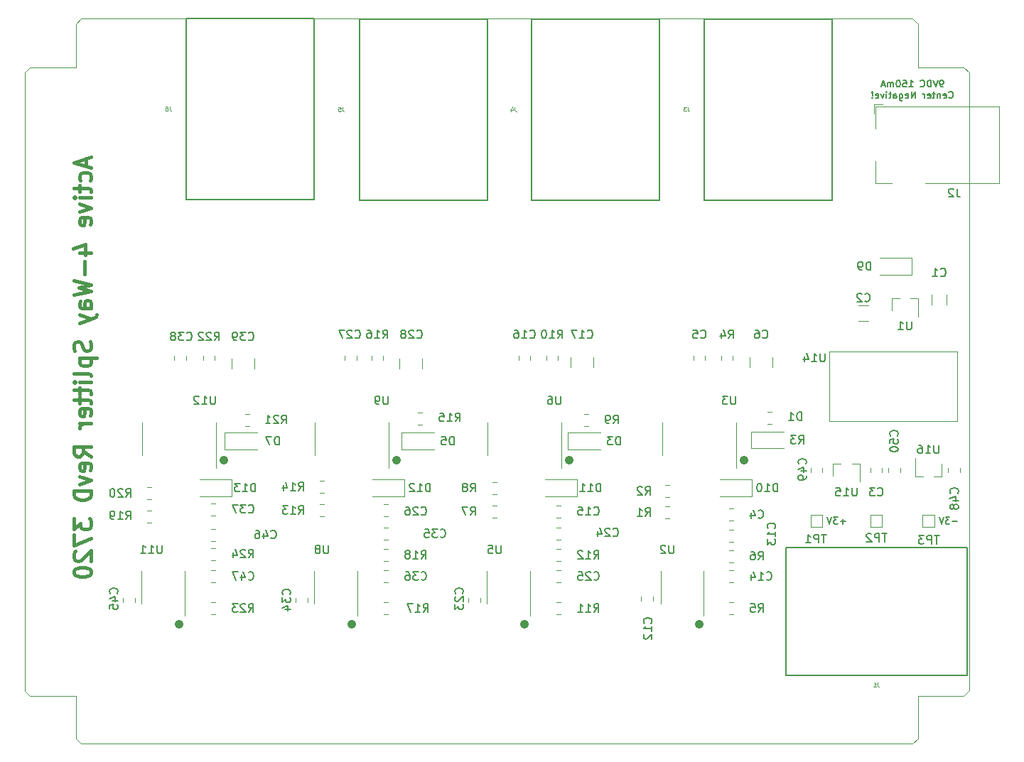
<source format=gbr>
%TF.GenerationSoftware,KiCad,Pcbnew,5.1.6-c6e7f7d~87~ubuntu18.04.1*%
%TF.CreationDate,2020-09-21T19:35:09+01:00*%
%TF.ProjectId,ActiveSplitterPedal_SOIC14,41637469-7665-4537-906c-697474657250,rev?*%
%TF.SameCoordinates,Original*%
%TF.FileFunction,Legend,Bot*%
%TF.FilePolarity,Positive*%
%FSLAX46Y46*%
G04 Gerber Fmt 4.6, Leading zero omitted, Abs format (unit mm)*
G04 Created by KiCad (PCBNEW 5.1.6-c6e7f7d~87~ubuntu18.04.1) date 2020-09-21 19:35:09*
%MOMM*%
%LPD*%
G01*
G04 APERTURE LIST*
%ADD10C,0.150000*%
%ADD11C,1.000000*%
%TA.AperFunction,Profile*%
%ADD12C,0.050000*%
%TD*%
%ADD13C,0.400000*%
%ADD14C,0.120000*%
%ADD15C,0.125000*%
G04 APERTURE END LIST*
D10*
X191020571Y-104578142D02*
X190411047Y-104578142D01*
X190106285Y-104082904D02*
X189611047Y-104082904D01*
X189877714Y-104387666D01*
X189763428Y-104387666D01*
X189687238Y-104425761D01*
X189649142Y-104463857D01*
X189611047Y-104540047D01*
X189611047Y-104730523D01*
X189649142Y-104806714D01*
X189687238Y-104844809D01*
X189763428Y-104882904D01*
X189992000Y-104882904D01*
X190068190Y-104844809D01*
X190106285Y-104806714D01*
X189382476Y-104082904D02*
X189115809Y-104882904D01*
X188849142Y-104082904D01*
X177685571Y-104578142D02*
X177076047Y-104578142D01*
X177380809Y-104882904D02*
X177380809Y-104273380D01*
X176771285Y-104082904D02*
X176276047Y-104082904D01*
X176542714Y-104387666D01*
X176428428Y-104387666D01*
X176352238Y-104425761D01*
X176314142Y-104463857D01*
X176276047Y-104540047D01*
X176276047Y-104730523D01*
X176314142Y-104806714D01*
X176352238Y-104844809D01*
X176428428Y-104882904D01*
X176657000Y-104882904D01*
X176733190Y-104844809D01*
X176771285Y-104806714D01*
X176047476Y-104082904D02*
X175780809Y-104882904D01*
X175514142Y-104082904D01*
X189293047Y-52772904D02*
X189140666Y-52772904D01*
X189064476Y-52734809D01*
X189026380Y-52696714D01*
X188950190Y-52582428D01*
X188912095Y-52430047D01*
X188912095Y-52125285D01*
X188950190Y-52049095D01*
X188988285Y-52011000D01*
X189064476Y-51972904D01*
X189216857Y-51972904D01*
X189293047Y-52011000D01*
X189331142Y-52049095D01*
X189369238Y-52125285D01*
X189369238Y-52315761D01*
X189331142Y-52391952D01*
X189293047Y-52430047D01*
X189216857Y-52468142D01*
X189064476Y-52468142D01*
X188988285Y-52430047D01*
X188950190Y-52391952D01*
X188912095Y-52315761D01*
X188683523Y-51972904D02*
X188416857Y-52772904D01*
X188150190Y-51972904D01*
X187883523Y-52772904D02*
X187883523Y-51972904D01*
X187693047Y-51972904D01*
X187578761Y-52011000D01*
X187502571Y-52087190D01*
X187464476Y-52163380D01*
X187426380Y-52315761D01*
X187426380Y-52430047D01*
X187464476Y-52582428D01*
X187502571Y-52658619D01*
X187578761Y-52734809D01*
X187693047Y-52772904D01*
X187883523Y-52772904D01*
X186626380Y-52696714D02*
X186664476Y-52734809D01*
X186778761Y-52772904D01*
X186854952Y-52772904D01*
X186969238Y-52734809D01*
X187045428Y-52658619D01*
X187083523Y-52582428D01*
X187121619Y-52430047D01*
X187121619Y-52315761D01*
X187083523Y-52163380D01*
X187045428Y-52087190D01*
X186969238Y-52011000D01*
X186854952Y-51972904D01*
X186778761Y-51972904D01*
X186664476Y-52011000D01*
X186626380Y-52049095D01*
X185254952Y-52772904D02*
X185712095Y-52772904D01*
X185483523Y-52772904D02*
X185483523Y-51972904D01*
X185559714Y-52087190D01*
X185635904Y-52163380D01*
X185712095Y-52201476D01*
X184531142Y-51972904D02*
X184912095Y-51972904D01*
X184950190Y-52353857D01*
X184912095Y-52315761D01*
X184835904Y-52277666D01*
X184645428Y-52277666D01*
X184569238Y-52315761D01*
X184531142Y-52353857D01*
X184493047Y-52430047D01*
X184493047Y-52620523D01*
X184531142Y-52696714D01*
X184569238Y-52734809D01*
X184645428Y-52772904D01*
X184835904Y-52772904D01*
X184912095Y-52734809D01*
X184950190Y-52696714D01*
X183997809Y-51972904D02*
X183921619Y-51972904D01*
X183845428Y-52011000D01*
X183807333Y-52049095D01*
X183769238Y-52125285D01*
X183731142Y-52277666D01*
X183731142Y-52468142D01*
X183769238Y-52620523D01*
X183807333Y-52696714D01*
X183845428Y-52734809D01*
X183921619Y-52772904D01*
X183997809Y-52772904D01*
X184074000Y-52734809D01*
X184112095Y-52696714D01*
X184150190Y-52620523D01*
X184188285Y-52468142D01*
X184188285Y-52277666D01*
X184150190Y-52125285D01*
X184112095Y-52049095D01*
X184074000Y-52011000D01*
X183997809Y-51972904D01*
X183388285Y-52772904D02*
X183388285Y-52239571D01*
X183388285Y-52315761D02*
X183350190Y-52277666D01*
X183274000Y-52239571D01*
X183159714Y-52239571D01*
X183083523Y-52277666D01*
X183045428Y-52353857D01*
X183045428Y-52772904D01*
X183045428Y-52353857D02*
X183007333Y-52277666D01*
X182931142Y-52239571D01*
X182816857Y-52239571D01*
X182740666Y-52277666D01*
X182702571Y-52353857D01*
X182702571Y-52772904D01*
X182359714Y-52544333D02*
X181978761Y-52544333D01*
X182435904Y-52772904D02*
X182169238Y-51972904D01*
X181902571Y-52772904D01*
X189997809Y-54046714D02*
X190035904Y-54084809D01*
X190150190Y-54122904D01*
X190226380Y-54122904D01*
X190340666Y-54084809D01*
X190416857Y-54008619D01*
X190454952Y-53932428D01*
X190493047Y-53780047D01*
X190493047Y-53665761D01*
X190454952Y-53513380D01*
X190416857Y-53437190D01*
X190340666Y-53361000D01*
X190226380Y-53322904D01*
X190150190Y-53322904D01*
X190035904Y-53361000D01*
X189997809Y-53399095D01*
X189350190Y-54084809D02*
X189426380Y-54122904D01*
X189578761Y-54122904D01*
X189654952Y-54084809D01*
X189693047Y-54008619D01*
X189693047Y-53703857D01*
X189654952Y-53627666D01*
X189578761Y-53589571D01*
X189426380Y-53589571D01*
X189350190Y-53627666D01*
X189312095Y-53703857D01*
X189312095Y-53780047D01*
X189693047Y-53856238D01*
X188969238Y-53589571D02*
X188969238Y-54122904D01*
X188969238Y-53665761D02*
X188931142Y-53627666D01*
X188854952Y-53589571D01*
X188740666Y-53589571D01*
X188664476Y-53627666D01*
X188626380Y-53703857D01*
X188626380Y-54122904D01*
X188359714Y-53589571D02*
X188054952Y-53589571D01*
X188245428Y-53322904D02*
X188245428Y-54008619D01*
X188207333Y-54084809D01*
X188131142Y-54122904D01*
X188054952Y-54122904D01*
X187483523Y-54084809D02*
X187559714Y-54122904D01*
X187712095Y-54122904D01*
X187788285Y-54084809D01*
X187826380Y-54008619D01*
X187826380Y-53703857D01*
X187788285Y-53627666D01*
X187712095Y-53589571D01*
X187559714Y-53589571D01*
X187483523Y-53627666D01*
X187445428Y-53703857D01*
X187445428Y-53780047D01*
X187826380Y-53856238D01*
X187102571Y-54122904D02*
X187102571Y-53589571D01*
X187102571Y-53741952D02*
X187064476Y-53665761D01*
X187026380Y-53627666D01*
X186950190Y-53589571D01*
X186874000Y-53589571D01*
X185997809Y-54122904D02*
X185997809Y-53322904D01*
X185540666Y-54122904D01*
X185540666Y-53322904D01*
X184854952Y-54084809D02*
X184931142Y-54122904D01*
X185083523Y-54122904D01*
X185159714Y-54084809D01*
X185197809Y-54008619D01*
X185197809Y-53703857D01*
X185159714Y-53627666D01*
X185083523Y-53589571D01*
X184931142Y-53589571D01*
X184854952Y-53627666D01*
X184816857Y-53703857D01*
X184816857Y-53780047D01*
X185197809Y-53856238D01*
X184131142Y-53589571D02*
X184131142Y-54237190D01*
X184169238Y-54313380D01*
X184207333Y-54351476D01*
X184283523Y-54389571D01*
X184397809Y-54389571D01*
X184474000Y-54351476D01*
X184131142Y-54084809D02*
X184207333Y-54122904D01*
X184359714Y-54122904D01*
X184435904Y-54084809D01*
X184474000Y-54046714D01*
X184512095Y-53970523D01*
X184512095Y-53741952D01*
X184474000Y-53665761D01*
X184435904Y-53627666D01*
X184359714Y-53589571D01*
X184207333Y-53589571D01*
X184131142Y-53627666D01*
X183407333Y-54122904D02*
X183407333Y-53703857D01*
X183445428Y-53627666D01*
X183521619Y-53589571D01*
X183674000Y-53589571D01*
X183750190Y-53627666D01*
X183407333Y-54084809D02*
X183483523Y-54122904D01*
X183674000Y-54122904D01*
X183750190Y-54084809D01*
X183788285Y-54008619D01*
X183788285Y-53932428D01*
X183750190Y-53856238D01*
X183674000Y-53818142D01*
X183483523Y-53818142D01*
X183407333Y-53780047D01*
X183140666Y-53589571D02*
X182835904Y-53589571D01*
X183026380Y-53322904D02*
X183026380Y-54008619D01*
X182988285Y-54084809D01*
X182912095Y-54122904D01*
X182835904Y-54122904D01*
X182569238Y-54122904D02*
X182569238Y-53589571D01*
X182569238Y-53322904D02*
X182607333Y-53361000D01*
X182569238Y-53399095D01*
X182531142Y-53361000D01*
X182569238Y-53322904D01*
X182569238Y-53399095D01*
X182264476Y-53589571D02*
X182074000Y-54122904D01*
X181883523Y-53589571D01*
X181274000Y-54084809D02*
X181350190Y-54122904D01*
X181502571Y-54122904D01*
X181578761Y-54084809D01*
X181616857Y-54008619D01*
X181616857Y-53703857D01*
X181578761Y-53627666D01*
X181502571Y-53589571D01*
X181350190Y-53589571D01*
X181274000Y-53627666D01*
X181235904Y-53703857D01*
X181235904Y-53780047D01*
X181616857Y-53856238D01*
X180893047Y-54046714D02*
X180854952Y-54084809D01*
X180893047Y-54122904D01*
X180931142Y-54084809D01*
X180893047Y-54046714D01*
X180893047Y-54122904D01*
X180893047Y-53818142D02*
X180931142Y-53361000D01*
X180893047Y-53322904D01*
X180854952Y-53361000D01*
X180893047Y-53818142D01*
X180893047Y-53322904D01*
D11*
X98298000Y-116840000D02*
G75*
G03*
X98298000Y-116840000I0J0D01*
G01*
X118872000Y-116840000D02*
G75*
G03*
X118872000Y-116840000I0J0D01*
G01*
X139446000Y-116840000D02*
G75*
G03*
X139446000Y-116840000I0J0D01*
G01*
X160274000Y-116840000D02*
G75*
G03*
X160274000Y-116840000I0J0D01*
G01*
X165608000Y-97282000D02*
G75*
G03*
X165608000Y-97282000I0J0D01*
G01*
X144780000Y-97282000D02*
G75*
G03*
X144780000Y-97282000I0J0D01*
G01*
X124206000Y-97282000D02*
G75*
G03*
X124206000Y-97282000I0J0D01*
G01*
X103632000Y-97282000D02*
G75*
G03*
X103632000Y-97282000I0J0D01*
G01*
D12*
X186309000Y-130429000D02*
X185674000Y-131064000D01*
X186309000Y-125349000D02*
X186309000Y-130429000D01*
X191770000Y-125349000D02*
X186309000Y-125349000D01*
X192405000Y-124714000D02*
X191770000Y-125349000D01*
X192405000Y-51054000D02*
X192405000Y-124714000D01*
X191770000Y-50419000D02*
X192405000Y-51054000D01*
X186309000Y-50419000D02*
X191770000Y-50419000D01*
X186309000Y-45275500D02*
X186309000Y-50419000D01*
X185674000Y-44640500D02*
X186309000Y-45275500D01*
X86614000Y-44640500D02*
X185674000Y-44640500D01*
X85979000Y-45275500D02*
X86614000Y-44640500D01*
X85979000Y-50419000D02*
X85979000Y-45275500D01*
X80518000Y-50419000D02*
X85979000Y-50419000D01*
X79883000Y-51054000D02*
X80518000Y-50419000D01*
X79883000Y-124777500D02*
X79883000Y-51054000D01*
X80518000Y-125412500D02*
X79883000Y-124777500D01*
X85979000Y-125412500D02*
X80518000Y-125412500D01*
X85979000Y-130429000D02*
X85979000Y-125412500D01*
X86614000Y-131064000D02*
X85979000Y-130429000D01*
X185674000Y-131064000D02*
X86614000Y-131064000D01*
D13*
X87201333Y-61280619D02*
X87201333Y-62233000D01*
X87772761Y-61090142D02*
X85772761Y-61756809D01*
X87772761Y-62423476D01*
X87677523Y-63947285D02*
X87772761Y-63756809D01*
X87772761Y-63375857D01*
X87677523Y-63185380D01*
X87582285Y-63090142D01*
X87391809Y-62994904D01*
X86820380Y-62994904D01*
X86629904Y-63090142D01*
X86534666Y-63185380D01*
X86439428Y-63375857D01*
X86439428Y-63756809D01*
X86534666Y-63947285D01*
X86439428Y-64518714D02*
X86439428Y-65280619D01*
X85772761Y-64804428D02*
X87487047Y-64804428D01*
X87677523Y-64899666D01*
X87772761Y-65090142D01*
X87772761Y-65280619D01*
X87772761Y-65947285D02*
X86439428Y-65947285D01*
X85772761Y-65947285D02*
X85868000Y-65852047D01*
X85963238Y-65947285D01*
X85868000Y-66042523D01*
X85772761Y-65947285D01*
X85963238Y-65947285D01*
X86439428Y-66709190D02*
X87772761Y-67185380D01*
X86439428Y-67661571D01*
X87677523Y-69185380D02*
X87772761Y-68994904D01*
X87772761Y-68613952D01*
X87677523Y-68423476D01*
X87487047Y-68328238D01*
X86725142Y-68328238D01*
X86534666Y-68423476D01*
X86439428Y-68613952D01*
X86439428Y-68994904D01*
X86534666Y-69185380D01*
X86725142Y-69280619D01*
X86915619Y-69280619D01*
X87106095Y-68328238D01*
X86439428Y-72518714D02*
X87772761Y-72518714D01*
X85677523Y-72042523D02*
X87106095Y-71566333D01*
X87106095Y-72804428D01*
X87010857Y-73566333D02*
X87010857Y-75090142D01*
X85772761Y-75852047D02*
X87772761Y-76328238D01*
X86344190Y-76709190D01*
X87772761Y-77090142D01*
X85772761Y-77566333D01*
X87772761Y-79185380D02*
X86725142Y-79185380D01*
X86534666Y-79090142D01*
X86439428Y-78899666D01*
X86439428Y-78518714D01*
X86534666Y-78328238D01*
X87677523Y-79185380D02*
X87772761Y-78994904D01*
X87772761Y-78518714D01*
X87677523Y-78328238D01*
X87487047Y-78233000D01*
X87296571Y-78233000D01*
X87106095Y-78328238D01*
X87010857Y-78518714D01*
X87010857Y-78994904D01*
X86915619Y-79185380D01*
X86439428Y-79947285D02*
X87772761Y-80423476D01*
X86439428Y-80899666D02*
X87772761Y-80423476D01*
X88248952Y-80233000D01*
X88344190Y-80137761D01*
X88439428Y-79947285D01*
X87677523Y-83090142D02*
X87772761Y-83375857D01*
X87772761Y-83852047D01*
X87677523Y-84042523D01*
X87582285Y-84137761D01*
X87391809Y-84233000D01*
X87201333Y-84233000D01*
X87010857Y-84137761D01*
X86915619Y-84042523D01*
X86820380Y-83852047D01*
X86725142Y-83471095D01*
X86629904Y-83280619D01*
X86534666Y-83185380D01*
X86344190Y-83090142D01*
X86153714Y-83090142D01*
X85963238Y-83185380D01*
X85868000Y-83280619D01*
X85772761Y-83471095D01*
X85772761Y-83947285D01*
X85868000Y-84233000D01*
X86439428Y-85090142D02*
X88439428Y-85090142D01*
X86534666Y-85090142D02*
X86439428Y-85280619D01*
X86439428Y-85661571D01*
X86534666Y-85852047D01*
X86629904Y-85947285D01*
X86820380Y-86042523D01*
X87391809Y-86042523D01*
X87582285Y-85947285D01*
X87677523Y-85852047D01*
X87772761Y-85661571D01*
X87772761Y-85280619D01*
X87677523Y-85090142D01*
X87772761Y-87185380D02*
X87677523Y-86994904D01*
X87487047Y-86899666D01*
X85772761Y-86899666D01*
X87772761Y-87947285D02*
X86439428Y-87947285D01*
X85772761Y-87947285D02*
X85868000Y-87852047D01*
X85963238Y-87947285D01*
X85868000Y-88042523D01*
X85772761Y-87947285D01*
X85963238Y-87947285D01*
X86439428Y-88613952D02*
X86439428Y-89375857D01*
X85772761Y-88899666D02*
X87487047Y-88899666D01*
X87677523Y-88994904D01*
X87772761Y-89185380D01*
X87772761Y-89375857D01*
X86439428Y-89756809D02*
X86439428Y-90518714D01*
X85772761Y-90042523D02*
X87487047Y-90042523D01*
X87677523Y-90137761D01*
X87772761Y-90328238D01*
X87772761Y-90518714D01*
X87677523Y-91947285D02*
X87772761Y-91756809D01*
X87772761Y-91375857D01*
X87677523Y-91185380D01*
X87487047Y-91090142D01*
X86725142Y-91090142D01*
X86534666Y-91185380D01*
X86439428Y-91375857D01*
X86439428Y-91756809D01*
X86534666Y-91947285D01*
X86725142Y-92042523D01*
X86915619Y-92042523D01*
X87106095Y-91090142D01*
X87772761Y-92899666D02*
X86439428Y-92899666D01*
X86820380Y-92899666D02*
X86629904Y-92994904D01*
X86534666Y-93090142D01*
X86439428Y-93280619D01*
X86439428Y-93471095D01*
X87772761Y-96804428D02*
X86820380Y-96137761D01*
X87772761Y-95661571D02*
X85772761Y-95661571D01*
X85772761Y-96423476D01*
X85868000Y-96613952D01*
X85963238Y-96709190D01*
X86153714Y-96804428D01*
X86439428Y-96804428D01*
X86629904Y-96709190D01*
X86725142Y-96613952D01*
X86820380Y-96423476D01*
X86820380Y-95661571D01*
X87677523Y-98423476D02*
X87772761Y-98233000D01*
X87772761Y-97852047D01*
X87677523Y-97661571D01*
X87487047Y-97566333D01*
X86725142Y-97566333D01*
X86534666Y-97661571D01*
X86439428Y-97852047D01*
X86439428Y-98233000D01*
X86534666Y-98423476D01*
X86725142Y-98518714D01*
X86915619Y-98518714D01*
X87106095Y-97566333D01*
X86439428Y-99185380D02*
X87772761Y-99661571D01*
X86439428Y-100137761D01*
X87772761Y-100899666D02*
X85772761Y-100899666D01*
X85772761Y-101375857D01*
X85868000Y-101661571D01*
X86058476Y-101852047D01*
X86248952Y-101947285D01*
X86629904Y-102042523D01*
X86915619Y-102042523D01*
X87296571Y-101947285D01*
X87487047Y-101852047D01*
X87677523Y-101661571D01*
X87772761Y-101375857D01*
X87772761Y-100899666D01*
X85772761Y-104233000D02*
X85772761Y-105471095D01*
X86534666Y-104804428D01*
X86534666Y-105090142D01*
X86629904Y-105280619D01*
X86725142Y-105375857D01*
X86915619Y-105471095D01*
X87391809Y-105471095D01*
X87582285Y-105375857D01*
X87677523Y-105280619D01*
X87772761Y-105090142D01*
X87772761Y-104518714D01*
X87677523Y-104328238D01*
X87582285Y-104233000D01*
X85772761Y-106137761D02*
X85772761Y-107471095D01*
X87772761Y-106613952D01*
X85963238Y-108137761D02*
X85868000Y-108233000D01*
X85772761Y-108423476D01*
X85772761Y-108899666D01*
X85868000Y-109090142D01*
X85963238Y-109185380D01*
X86153714Y-109280619D01*
X86344190Y-109280619D01*
X86629904Y-109185380D01*
X87772761Y-108042523D01*
X87772761Y-109280619D01*
X85772761Y-110518714D02*
X85772761Y-110709190D01*
X85868000Y-110899666D01*
X85963238Y-110994904D01*
X86153714Y-111090142D01*
X86534666Y-111185380D01*
X87010857Y-111185380D01*
X87391809Y-111090142D01*
X87582285Y-110994904D01*
X87677523Y-110899666D01*
X87772761Y-110709190D01*
X87772761Y-110518714D01*
X87677523Y-110328238D01*
X87582285Y-110233000D01*
X87391809Y-110137761D01*
X87010857Y-110042523D01*
X86534666Y-110042523D01*
X86153714Y-110137761D01*
X85963238Y-110233000D01*
X85868000Y-110328238D01*
X85772761Y-110518714D01*
D14*
%TO.C,TP3*%
X186879000Y-103821000D02*
X186879000Y-105221000D01*
X188279000Y-103821000D02*
X186879000Y-103821000D01*
X188279000Y-105221000D02*
X188279000Y-103821000D01*
X186879000Y-105221000D02*
X188279000Y-105221000D01*
%TO.C,TP2*%
X180656000Y-103821000D02*
X180656000Y-105221000D01*
X182056000Y-103821000D02*
X180656000Y-103821000D01*
X182056000Y-105221000D02*
X182056000Y-103821000D01*
X180656000Y-105221000D02*
X182056000Y-105221000D01*
%TO.C,TP1*%
X173544000Y-103821000D02*
X173544000Y-105221000D01*
X174944000Y-103821000D02*
X173544000Y-103821000D01*
X174944000Y-105221000D02*
X174944000Y-103821000D01*
X173544000Y-105221000D02*
X174944000Y-105221000D01*
%TO.C,U12*%
X102733000Y-94742000D02*
X102733000Y-98192000D01*
X102733000Y-94742000D02*
X102733000Y-92792000D01*
X93863000Y-94742000D02*
X93863000Y-96692000D01*
X93863000Y-94742000D02*
X93863000Y-92792000D01*
%TO.C,U9*%
X123307000Y-94742000D02*
X123307000Y-98192000D01*
X123307000Y-94742000D02*
X123307000Y-92792000D01*
X114437000Y-94742000D02*
X114437000Y-96692000D01*
X114437000Y-94742000D02*
X114437000Y-92792000D01*
%TO.C,U6*%
X143881000Y-94742000D02*
X143881000Y-98192000D01*
X143881000Y-94742000D02*
X143881000Y-92792000D01*
X135011000Y-94742000D02*
X135011000Y-96692000D01*
X135011000Y-94742000D02*
X135011000Y-92792000D01*
%TO.C,U3*%
X164709000Y-94742000D02*
X164709000Y-98192000D01*
X164709000Y-94742000D02*
X164709000Y-92792000D01*
X155839000Y-94742000D02*
X155839000Y-96692000D01*
X155839000Y-94742000D02*
X155839000Y-92792000D01*
%TO.C,R22*%
X102564000Y-84828748D02*
X102564000Y-85351252D01*
X101144000Y-84828748D02*
X101144000Y-85351252D01*
%TO.C,R16*%
X122630000Y-84828748D02*
X122630000Y-85351252D01*
X121210000Y-84828748D02*
X121210000Y-85351252D01*
%TO.C,R10*%
X143458000Y-84828748D02*
X143458000Y-85351252D01*
X142038000Y-84828748D02*
X142038000Y-85351252D01*
%TO.C,R4*%
X164286000Y-84828748D02*
X164286000Y-85351252D01*
X162866000Y-84828748D02*
X162866000Y-85351252D01*
%TO.C,D13*%
X104562000Y-99584000D02*
X100712000Y-99584000D01*
X104562000Y-101584000D02*
X100712000Y-101584000D01*
X104562000Y-99584000D02*
X104562000Y-101584000D01*
%TO.C,D12*%
X125136000Y-99584000D02*
X121286000Y-99584000D01*
X125136000Y-101584000D02*
X121286000Y-101584000D01*
X125136000Y-99584000D02*
X125136000Y-101584000D01*
%TO.C,D11*%
X145710000Y-99584000D02*
X141860000Y-99584000D01*
X145710000Y-101584000D02*
X141860000Y-101584000D01*
X145710000Y-99584000D02*
X145710000Y-101584000D01*
%TO.C,D10*%
X166538000Y-99584000D02*
X162688000Y-99584000D01*
X166538000Y-101584000D02*
X162688000Y-101584000D01*
X166538000Y-99584000D02*
X166538000Y-101584000D01*
%TO.C,C39*%
X104558000Y-86327064D02*
X104558000Y-85122936D01*
X107278000Y-86327064D02*
X107278000Y-85122936D01*
%TO.C,C28*%
X124497000Y-86327064D02*
X124497000Y-85122936D01*
X127217000Y-86327064D02*
X127217000Y-85122936D01*
%TO.C,C17*%
X144944000Y-86200064D02*
X144944000Y-84995936D01*
X147664000Y-86200064D02*
X147664000Y-84995936D01*
%TO.C,C6*%
X166280000Y-86200064D02*
X166280000Y-84995936D01*
X169000000Y-86200064D02*
X169000000Y-84995936D01*
%TO.C,D7*%
X103718000Y-95996000D02*
X103718000Y-93996000D01*
X103718000Y-93996000D02*
X107568000Y-93996000D01*
X103718000Y-95996000D02*
X107568000Y-95996000D01*
%TO.C,D5*%
X124800000Y-95996000D02*
X124800000Y-93996000D01*
X124800000Y-93996000D02*
X128650000Y-93996000D01*
X124800000Y-95996000D02*
X128650000Y-95996000D01*
%TO.C,D3*%
X144612000Y-95996000D02*
X144612000Y-93996000D01*
X144612000Y-93996000D02*
X148462000Y-93996000D01*
X144612000Y-95996000D02*
X148462000Y-95996000D01*
%TO.C,D1*%
X166456000Y-95869000D02*
X166456000Y-93869000D01*
X166456000Y-93869000D02*
X170306000Y-93869000D01*
X166456000Y-95869000D02*
X170306000Y-95869000D01*
%TO.C,U14*%
X175768000Y-92583000D02*
X191008000Y-92583000D01*
X191008000Y-92583000D02*
X191008000Y-84328000D01*
X191008000Y-84328000D02*
X175768000Y-84328000D01*
X175768000Y-84328000D02*
X175768000Y-92583000D01*
%TO.C,U1*%
X183205000Y-77980000D02*
X184135000Y-77980000D01*
X186365000Y-77980000D02*
X185435000Y-77980000D01*
X186365000Y-77980000D02*
X186365000Y-80140000D01*
X183205000Y-77980000D02*
X183205000Y-79440000D01*
%TO.C,C2*%
X180434064Y-78846000D02*
X179229936Y-78846000D01*
X180434064Y-80666000D02*
X179229936Y-80666000D01*
%TO.C,C1*%
X187939000Y-77502936D02*
X187939000Y-78707064D01*
X189759000Y-77502936D02*
X189759000Y-78707064D01*
%TO.C,U16*%
X189159000Y-99185000D02*
X189159000Y-97725000D01*
X185999000Y-99185000D02*
X185999000Y-97025000D01*
X185999000Y-99185000D02*
X186929000Y-99185000D01*
X189159000Y-99185000D02*
X188229000Y-99185000D01*
%TO.C,U15*%
X176220000Y-97665000D02*
X177150000Y-97665000D01*
X179380000Y-97665000D02*
X178450000Y-97665000D01*
X179380000Y-97665000D02*
X179380000Y-99825000D01*
X176220000Y-97665000D02*
X176220000Y-99125000D01*
%TO.C,C50*%
X184225000Y-98686252D02*
X184225000Y-98163748D01*
X182805000Y-98686252D02*
X182805000Y-98163748D01*
%TO.C,C49*%
X174954000Y-98686252D02*
X174954000Y-98163748D01*
X173534000Y-98686252D02*
X173534000Y-98163748D01*
%TO.C,C48*%
X191337000Y-98686252D02*
X191337000Y-98163748D01*
X189917000Y-98686252D02*
X189917000Y-98163748D01*
%TO.C,C3*%
X180646000Y-98163748D02*
X180646000Y-98686252D01*
X182066000Y-98163748D02*
X182066000Y-98686252D01*
%TO.C,U11*%
X93833000Y-112395000D02*
X93833000Y-110445000D01*
X93833000Y-112395000D02*
X93833000Y-114345000D01*
X98953000Y-112395000D02*
X98953000Y-110445000D01*
X98953000Y-112395000D02*
X98953000Y-115845000D01*
%TO.C,U8*%
X114407000Y-112395000D02*
X114407000Y-110445000D01*
X114407000Y-112395000D02*
X114407000Y-114345000D01*
X119527000Y-112395000D02*
X119527000Y-110445000D01*
X119527000Y-112395000D02*
X119527000Y-115845000D01*
%TO.C,U5*%
X134981000Y-112395000D02*
X134981000Y-110445000D01*
X134981000Y-112395000D02*
X134981000Y-114345000D01*
X140101000Y-112395000D02*
X140101000Y-110445000D01*
X140101000Y-112395000D02*
X140101000Y-115845000D01*
%TO.C,U2*%
X155682000Y-112395000D02*
X155682000Y-110445000D01*
X155682000Y-112395000D02*
X155682000Y-114345000D01*
X160802000Y-112395000D02*
X160802000Y-110445000D01*
X160802000Y-112395000D02*
X160802000Y-115845000D01*
%TO.C,R24*%
X102100748Y-109168000D02*
X102623252Y-109168000D01*
X102100748Y-107748000D02*
X102623252Y-107748000D01*
%TO.C,R23*%
X102623252Y-114225000D02*
X102100748Y-114225000D01*
X102623252Y-115645000D02*
X102100748Y-115645000D01*
%TO.C,R21*%
X106687252Y-91746000D02*
X106164748Y-91746000D01*
X106687252Y-93166000D02*
X106164748Y-93166000D01*
%TO.C,R20*%
X95003252Y-100509000D02*
X94480748Y-100509000D01*
X95003252Y-101929000D02*
X94480748Y-101929000D01*
%TO.C,R19*%
X94480748Y-104723000D02*
X95003252Y-104723000D01*
X94480748Y-103303000D02*
X95003252Y-103303000D01*
%TO.C,R18*%
X122674748Y-109295000D02*
X123197252Y-109295000D01*
X122674748Y-107875000D02*
X123197252Y-107875000D01*
%TO.C,R17*%
X123197252Y-114225000D02*
X122674748Y-114225000D01*
X123197252Y-115645000D02*
X122674748Y-115645000D01*
%TO.C,R15*%
X127261252Y-91619000D02*
X126738748Y-91619000D01*
X127261252Y-93039000D02*
X126738748Y-93039000D01*
%TO.C,R14*%
X115577252Y-99747000D02*
X115054748Y-99747000D01*
X115577252Y-101167000D02*
X115054748Y-101167000D01*
%TO.C,R13*%
X115054748Y-103961000D02*
X115577252Y-103961000D01*
X115054748Y-102541000D02*
X115577252Y-102541000D01*
%TO.C,R12*%
X143248748Y-109295000D02*
X143771252Y-109295000D01*
X143248748Y-107875000D02*
X143771252Y-107875000D01*
%TO.C,R11*%
X143771252Y-114225000D02*
X143248748Y-114225000D01*
X143771252Y-115645000D02*
X143248748Y-115645000D01*
%TO.C,R9*%
X147073252Y-91746000D02*
X146550748Y-91746000D01*
X147073252Y-93166000D02*
X146550748Y-93166000D01*
%TO.C,R8*%
X136151252Y-99874000D02*
X135628748Y-99874000D01*
X136151252Y-101294000D02*
X135628748Y-101294000D01*
%TO.C,R7*%
X135628748Y-104088000D02*
X136151252Y-104088000D01*
X135628748Y-102668000D02*
X136151252Y-102668000D01*
%TO.C,R6*%
X163822748Y-109422000D02*
X164345252Y-109422000D01*
X163822748Y-108002000D02*
X164345252Y-108002000D01*
%TO.C,R5*%
X164345252Y-114225000D02*
X163822748Y-114225000D01*
X164345252Y-115645000D02*
X163822748Y-115645000D01*
%TO.C,R3*%
X168917252Y-91492000D02*
X168394748Y-91492000D01*
X168917252Y-92912000D02*
X168394748Y-92912000D01*
%TO.C,R2*%
X156725252Y-100255000D02*
X156202748Y-100255000D01*
X156725252Y-101675000D02*
X156202748Y-101675000D01*
%TO.C,R1*%
X156202748Y-104215000D02*
X156725252Y-104215000D01*
X156202748Y-102795000D02*
X156725252Y-102795000D01*
%TO.C,D9*%
X185588000Y-73168000D02*
X185588000Y-75168000D01*
X185588000Y-75168000D02*
X181738000Y-75168000D01*
X185588000Y-73168000D02*
X181738000Y-73168000D01*
%TO.C,C47*%
X102100748Y-111835000D02*
X102623252Y-111835000D01*
X102100748Y-110415000D02*
X102623252Y-110415000D01*
%TO.C,C46*%
X102100748Y-106882000D02*
X102623252Y-106882000D01*
X102100748Y-105462000D02*
X102623252Y-105462000D01*
%TO.C,C45*%
X93039000Y-114180252D02*
X93039000Y-113657748D01*
X91619000Y-114180252D02*
X91619000Y-113657748D01*
%TO.C,C38*%
X99135000Y-85351252D02*
X99135000Y-84828748D01*
X97715000Y-85351252D02*
X97715000Y-84828748D01*
%TO.C,C37*%
X102100748Y-103834000D02*
X102623252Y-103834000D01*
X102100748Y-102414000D02*
X102623252Y-102414000D01*
%TO.C,C36*%
X122674748Y-111835000D02*
X123197252Y-111835000D01*
X122674748Y-110415000D02*
X123197252Y-110415000D01*
%TO.C,C35*%
X122674748Y-106755000D02*
X123197252Y-106755000D01*
X122674748Y-105335000D02*
X123197252Y-105335000D01*
%TO.C,C34*%
X113613000Y-114180252D02*
X113613000Y-113657748D01*
X112193000Y-114180252D02*
X112193000Y-113657748D01*
%TO.C,C27*%
X119455000Y-85351252D02*
X119455000Y-84828748D01*
X118035000Y-85351252D02*
X118035000Y-84828748D01*
%TO.C,C26*%
X122674748Y-103961000D02*
X123197252Y-103961000D01*
X122674748Y-102541000D02*
X123197252Y-102541000D01*
%TO.C,C25*%
X143248748Y-111835000D02*
X143771252Y-111835000D01*
X143248748Y-110415000D02*
X143771252Y-110415000D01*
%TO.C,C24*%
X143248748Y-106755000D02*
X143771252Y-106755000D01*
X143248748Y-105335000D02*
X143771252Y-105335000D01*
%TO.C,C23*%
X134187000Y-114180252D02*
X134187000Y-113657748D01*
X132767000Y-114180252D02*
X132767000Y-113657748D01*
%TO.C,C16*%
X140156000Y-85351252D02*
X140156000Y-84828748D01*
X138736000Y-85351252D02*
X138736000Y-84828748D01*
%TO.C,C15*%
X143248748Y-104088000D02*
X143771252Y-104088000D01*
X143248748Y-102668000D02*
X143771252Y-102668000D01*
%TO.C,C14*%
X163822748Y-111835000D02*
X164345252Y-111835000D01*
X163822748Y-110415000D02*
X164345252Y-110415000D01*
%TO.C,C13*%
X163822748Y-107009000D02*
X164345252Y-107009000D01*
X163822748Y-105589000D02*
X164345252Y-105589000D01*
%TO.C,C12*%
X154761000Y-114053252D02*
X154761000Y-113530748D01*
X153341000Y-114053252D02*
X153341000Y-113530748D01*
%TO.C,C5*%
X160984000Y-85351252D02*
X160984000Y-84828748D01*
X159564000Y-85351252D02*
X159564000Y-84828748D01*
%TO.C,C4*%
X163822748Y-104469000D02*
X164345252Y-104469000D01*
X163822748Y-103049000D02*
X164345252Y-103049000D01*
D10*
%TO.C,J6*%
X99161600Y-44640500D02*
X114401600Y-44640500D01*
X114401600Y-44640500D02*
X114401600Y-66230500D01*
X114401600Y-66230500D02*
X99161600Y-66230500D01*
X99161600Y-66230500D02*
X99161600Y-44640500D01*
%TO.C,J5*%
X119761000Y-44704000D02*
X135001000Y-44704000D01*
X135001000Y-44704000D02*
X135001000Y-66294000D01*
X135001000Y-66294000D02*
X119761000Y-66294000D01*
X119761000Y-66294000D02*
X119761000Y-44704000D01*
%TO.C,J4*%
X140284200Y-44704000D02*
X155524200Y-44704000D01*
X155524200Y-44704000D02*
X155524200Y-66294000D01*
X155524200Y-66294000D02*
X140284200Y-66294000D01*
X140284200Y-66294000D02*
X140284200Y-44704000D01*
%TO.C,J3*%
X160883600Y-44691300D02*
X176123600Y-44691300D01*
X176123600Y-44691300D02*
X176123600Y-66281300D01*
X176123600Y-66281300D02*
X160883600Y-66281300D01*
X160883600Y-66281300D02*
X160883600Y-44691300D01*
%TO.C,J1*%
X192151000Y-107696000D02*
X192151000Y-122936000D01*
X192151000Y-122936000D02*
X170561000Y-122936000D01*
X170561000Y-122936000D02*
X170561000Y-107696000D01*
X170561000Y-107696000D02*
X192151000Y-107696000D01*
D14*
%TO.C,J2*%
X181281500Y-55090000D02*
X181281500Y-57690000D01*
X195981500Y-55090000D02*
X181281500Y-55090000D01*
X181281500Y-64290000D02*
X183181500Y-64290000D01*
X181281500Y-61590000D02*
X181281500Y-64290000D01*
X195981500Y-64290000D02*
X195981500Y-55090000D01*
X187181500Y-64290000D02*
X195981500Y-64290000D01*
X182131500Y-54890000D02*
X181081500Y-54890000D01*
X181081500Y-55940000D02*
X181081500Y-54890000D01*
%TD*%
%TO.C,TP3*%
D10*
X188840904Y-106259380D02*
X188269476Y-106259380D01*
X188555190Y-107259380D02*
X188555190Y-106259380D01*
X187936142Y-107259380D02*
X187936142Y-106259380D01*
X187555190Y-106259380D01*
X187459952Y-106307000D01*
X187412333Y-106354619D01*
X187364714Y-106449857D01*
X187364714Y-106592714D01*
X187412333Y-106687952D01*
X187459952Y-106735571D01*
X187555190Y-106783190D01*
X187936142Y-106783190D01*
X187031380Y-106259380D02*
X186412333Y-106259380D01*
X186745666Y-106640333D01*
X186602809Y-106640333D01*
X186507571Y-106687952D01*
X186459952Y-106735571D01*
X186412333Y-106830809D01*
X186412333Y-107068904D01*
X186459952Y-107164142D01*
X186507571Y-107211761D01*
X186602809Y-107259380D01*
X186888523Y-107259380D01*
X186983761Y-107211761D01*
X187031380Y-107164142D01*
%TO.C,TP2*%
X182617904Y-106005380D02*
X182046476Y-106005380D01*
X182332190Y-107005380D02*
X182332190Y-106005380D01*
X181713142Y-107005380D02*
X181713142Y-106005380D01*
X181332190Y-106005380D01*
X181236952Y-106053000D01*
X181189333Y-106100619D01*
X181141714Y-106195857D01*
X181141714Y-106338714D01*
X181189333Y-106433952D01*
X181236952Y-106481571D01*
X181332190Y-106529190D01*
X181713142Y-106529190D01*
X180760761Y-106100619D02*
X180713142Y-106053000D01*
X180617904Y-106005380D01*
X180379809Y-106005380D01*
X180284571Y-106053000D01*
X180236952Y-106100619D01*
X180189333Y-106195857D01*
X180189333Y-106291095D01*
X180236952Y-106433952D01*
X180808380Y-107005380D01*
X180189333Y-107005380D01*
%TO.C,TP1*%
X175378904Y-106132380D02*
X174807476Y-106132380D01*
X175093190Y-107132380D02*
X175093190Y-106132380D01*
X174474142Y-107132380D02*
X174474142Y-106132380D01*
X174093190Y-106132380D01*
X173997952Y-106180000D01*
X173950333Y-106227619D01*
X173902714Y-106322857D01*
X173902714Y-106465714D01*
X173950333Y-106560952D01*
X173997952Y-106608571D01*
X174093190Y-106656190D01*
X174474142Y-106656190D01*
X172950333Y-107132380D02*
X173521761Y-107132380D01*
X173236047Y-107132380D02*
X173236047Y-106132380D01*
X173331285Y-106275238D01*
X173426523Y-106370476D01*
X173521761Y-106418095D01*
%TO.C,U12*%
X102584095Y-89622380D02*
X102584095Y-90431904D01*
X102536476Y-90527142D01*
X102488857Y-90574761D01*
X102393619Y-90622380D01*
X102203142Y-90622380D01*
X102107904Y-90574761D01*
X102060285Y-90527142D01*
X102012666Y-90431904D01*
X102012666Y-89622380D01*
X101012666Y-90622380D02*
X101584095Y-90622380D01*
X101298380Y-90622380D02*
X101298380Y-89622380D01*
X101393619Y-89765238D01*
X101488857Y-89860476D01*
X101584095Y-89908095D01*
X100631714Y-89717619D02*
X100584095Y-89670000D01*
X100488857Y-89622380D01*
X100250761Y-89622380D01*
X100155523Y-89670000D01*
X100107904Y-89717619D01*
X100060285Y-89812857D01*
X100060285Y-89908095D01*
X100107904Y-90050952D01*
X100679333Y-90622380D01*
X100060285Y-90622380D01*
%TO.C,U9*%
X123189904Y-89622380D02*
X123189904Y-90431904D01*
X123142285Y-90527142D01*
X123094666Y-90574761D01*
X122999428Y-90622380D01*
X122808952Y-90622380D01*
X122713714Y-90574761D01*
X122666095Y-90527142D01*
X122618476Y-90431904D01*
X122618476Y-89622380D01*
X122094666Y-90622380D02*
X121904190Y-90622380D01*
X121808952Y-90574761D01*
X121761333Y-90527142D01*
X121666095Y-90384285D01*
X121618476Y-90193809D01*
X121618476Y-89812857D01*
X121666095Y-89717619D01*
X121713714Y-89670000D01*
X121808952Y-89622380D01*
X121999428Y-89622380D01*
X122094666Y-89670000D01*
X122142285Y-89717619D01*
X122189904Y-89812857D01*
X122189904Y-90050952D01*
X122142285Y-90146190D01*
X122094666Y-90193809D01*
X121999428Y-90241428D01*
X121808952Y-90241428D01*
X121713714Y-90193809D01*
X121666095Y-90146190D01*
X121618476Y-90050952D01*
%TO.C,U6*%
X143763904Y-89622380D02*
X143763904Y-90431904D01*
X143716285Y-90527142D01*
X143668666Y-90574761D01*
X143573428Y-90622380D01*
X143382952Y-90622380D01*
X143287714Y-90574761D01*
X143240095Y-90527142D01*
X143192476Y-90431904D01*
X143192476Y-89622380D01*
X142287714Y-89622380D02*
X142478190Y-89622380D01*
X142573428Y-89670000D01*
X142621047Y-89717619D01*
X142716285Y-89860476D01*
X142763904Y-90050952D01*
X142763904Y-90431904D01*
X142716285Y-90527142D01*
X142668666Y-90574761D01*
X142573428Y-90622380D01*
X142382952Y-90622380D01*
X142287714Y-90574761D01*
X142240095Y-90527142D01*
X142192476Y-90431904D01*
X142192476Y-90193809D01*
X142240095Y-90098571D01*
X142287714Y-90050952D01*
X142382952Y-90003333D01*
X142573428Y-90003333D01*
X142668666Y-90050952D01*
X142716285Y-90098571D01*
X142763904Y-90193809D01*
%TO.C,U3*%
X164591904Y-89622380D02*
X164591904Y-90431904D01*
X164544285Y-90527142D01*
X164496666Y-90574761D01*
X164401428Y-90622380D01*
X164210952Y-90622380D01*
X164115714Y-90574761D01*
X164068095Y-90527142D01*
X164020476Y-90431904D01*
X164020476Y-89622380D01*
X163639523Y-89622380D02*
X163020476Y-89622380D01*
X163353809Y-90003333D01*
X163210952Y-90003333D01*
X163115714Y-90050952D01*
X163068095Y-90098571D01*
X163020476Y-90193809D01*
X163020476Y-90431904D01*
X163068095Y-90527142D01*
X163115714Y-90574761D01*
X163210952Y-90622380D01*
X163496666Y-90622380D01*
X163591904Y-90574761D01*
X163639523Y-90527142D01*
%TO.C,R22*%
X102496857Y-83002380D02*
X102830190Y-82526190D01*
X103068285Y-83002380D02*
X103068285Y-82002380D01*
X102687333Y-82002380D01*
X102592095Y-82050000D01*
X102544476Y-82097619D01*
X102496857Y-82192857D01*
X102496857Y-82335714D01*
X102544476Y-82430952D01*
X102592095Y-82478571D01*
X102687333Y-82526190D01*
X103068285Y-82526190D01*
X102115904Y-82097619D02*
X102068285Y-82050000D01*
X101973047Y-82002380D01*
X101734952Y-82002380D01*
X101639714Y-82050000D01*
X101592095Y-82097619D01*
X101544476Y-82192857D01*
X101544476Y-82288095D01*
X101592095Y-82430952D01*
X102163523Y-83002380D01*
X101544476Y-83002380D01*
X101163523Y-82097619D02*
X101115904Y-82050000D01*
X101020666Y-82002380D01*
X100782571Y-82002380D01*
X100687333Y-82050000D01*
X100639714Y-82097619D01*
X100592095Y-82192857D01*
X100592095Y-82288095D01*
X100639714Y-82430952D01*
X101211142Y-83002380D01*
X100592095Y-83002380D01*
%TO.C,R16*%
X122562857Y-82748380D02*
X122896190Y-82272190D01*
X123134285Y-82748380D02*
X123134285Y-81748380D01*
X122753333Y-81748380D01*
X122658095Y-81796000D01*
X122610476Y-81843619D01*
X122562857Y-81938857D01*
X122562857Y-82081714D01*
X122610476Y-82176952D01*
X122658095Y-82224571D01*
X122753333Y-82272190D01*
X123134285Y-82272190D01*
X121610476Y-82748380D02*
X122181904Y-82748380D01*
X121896190Y-82748380D02*
X121896190Y-81748380D01*
X121991428Y-81891238D01*
X122086666Y-81986476D01*
X122181904Y-82034095D01*
X120753333Y-81748380D02*
X120943809Y-81748380D01*
X121039047Y-81796000D01*
X121086666Y-81843619D01*
X121181904Y-81986476D01*
X121229523Y-82176952D01*
X121229523Y-82557904D01*
X121181904Y-82653142D01*
X121134285Y-82700761D01*
X121039047Y-82748380D01*
X120848571Y-82748380D01*
X120753333Y-82700761D01*
X120705714Y-82653142D01*
X120658095Y-82557904D01*
X120658095Y-82319809D01*
X120705714Y-82224571D01*
X120753333Y-82176952D01*
X120848571Y-82129333D01*
X121039047Y-82129333D01*
X121134285Y-82176952D01*
X121181904Y-82224571D01*
X121229523Y-82319809D01*
%TO.C,R10*%
X143390857Y-82748380D02*
X143724190Y-82272190D01*
X143962285Y-82748380D02*
X143962285Y-81748380D01*
X143581333Y-81748380D01*
X143486095Y-81796000D01*
X143438476Y-81843619D01*
X143390857Y-81938857D01*
X143390857Y-82081714D01*
X143438476Y-82176952D01*
X143486095Y-82224571D01*
X143581333Y-82272190D01*
X143962285Y-82272190D01*
X142438476Y-82748380D02*
X143009904Y-82748380D01*
X142724190Y-82748380D02*
X142724190Y-81748380D01*
X142819428Y-81891238D01*
X142914666Y-81986476D01*
X143009904Y-82034095D01*
X141819428Y-81748380D02*
X141724190Y-81748380D01*
X141628952Y-81796000D01*
X141581333Y-81843619D01*
X141533714Y-81938857D01*
X141486095Y-82129333D01*
X141486095Y-82367428D01*
X141533714Y-82557904D01*
X141581333Y-82653142D01*
X141628952Y-82700761D01*
X141724190Y-82748380D01*
X141819428Y-82748380D01*
X141914666Y-82700761D01*
X141962285Y-82653142D01*
X142009904Y-82557904D01*
X142057523Y-82367428D01*
X142057523Y-82129333D01*
X142009904Y-81938857D01*
X141962285Y-81843619D01*
X141914666Y-81796000D01*
X141819428Y-81748380D01*
%TO.C,R4*%
X163742666Y-82748380D02*
X164076000Y-82272190D01*
X164314095Y-82748380D02*
X164314095Y-81748380D01*
X163933142Y-81748380D01*
X163837904Y-81796000D01*
X163790285Y-81843619D01*
X163742666Y-81938857D01*
X163742666Y-82081714D01*
X163790285Y-82176952D01*
X163837904Y-82224571D01*
X163933142Y-82272190D01*
X164314095Y-82272190D01*
X162885523Y-82081714D02*
X162885523Y-82748380D01*
X163123619Y-81700761D02*
X163361714Y-82415047D01*
X162742666Y-82415047D01*
%TO.C,D13*%
X107386285Y-101036380D02*
X107386285Y-100036380D01*
X107148190Y-100036380D01*
X107005333Y-100084000D01*
X106910095Y-100179238D01*
X106862476Y-100274476D01*
X106814857Y-100464952D01*
X106814857Y-100607809D01*
X106862476Y-100798285D01*
X106910095Y-100893523D01*
X107005333Y-100988761D01*
X107148190Y-101036380D01*
X107386285Y-101036380D01*
X105862476Y-101036380D02*
X106433904Y-101036380D01*
X106148190Y-101036380D02*
X106148190Y-100036380D01*
X106243428Y-100179238D01*
X106338666Y-100274476D01*
X106433904Y-100322095D01*
X105529142Y-100036380D02*
X104910095Y-100036380D01*
X105243428Y-100417333D01*
X105100571Y-100417333D01*
X105005333Y-100464952D01*
X104957714Y-100512571D01*
X104910095Y-100607809D01*
X104910095Y-100845904D01*
X104957714Y-100941142D01*
X105005333Y-100988761D01*
X105100571Y-101036380D01*
X105386285Y-101036380D01*
X105481523Y-100988761D01*
X105529142Y-100941142D01*
%TO.C,D12*%
X128214285Y-101036380D02*
X128214285Y-100036380D01*
X127976190Y-100036380D01*
X127833333Y-100084000D01*
X127738095Y-100179238D01*
X127690476Y-100274476D01*
X127642857Y-100464952D01*
X127642857Y-100607809D01*
X127690476Y-100798285D01*
X127738095Y-100893523D01*
X127833333Y-100988761D01*
X127976190Y-101036380D01*
X128214285Y-101036380D01*
X126690476Y-101036380D02*
X127261904Y-101036380D01*
X126976190Y-101036380D02*
X126976190Y-100036380D01*
X127071428Y-100179238D01*
X127166666Y-100274476D01*
X127261904Y-100322095D01*
X126309523Y-100131619D02*
X126261904Y-100084000D01*
X126166666Y-100036380D01*
X125928571Y-100036380D01*
X125833333Y-100084000D01*
X125785714Y-100131619D01*
X125738095Y-100226857D01*
X125738095Y-100322095D01*
X125785714Y-100464952D01*
X126357142Y-101036380D01*
X125738095Y-101036380D01*
%TO.C,D11*%
X148534285Y-101036380D02*
X148534285Y-100036380D01*
X148296190Y-100036380D01*
X148153333Y-100084000D01*
X148058095Y-100179238D01*
X148010476Y-100274476D01*
X147962857Y-100464952D01*
X147962857Y-100607809D01*
X148010476Y-100798285D01*
X148058095Y-100893523D01*
X148153333Y-100988761D01*
X148296190Y-101036380D01*
X148534285Y-101036380D01*
X147010476Y-101036380D02*
X147581904Y-101036380D01*
X147296190Y-101036380D02*
X147296190Y-100036380D01*
X147391428Y-100179238D01*
X147486666Y-100274476D01*
X147581904Y-100322095D01*
X146058095Y-101036380D02*
X146629523Y-101036380D01*
X146343809Y-101036380D02*
X146343809Y-100036380D01*
X146439047Y-100179238D01*
X146534285Y-100274476D01*
X146629523Y-100322095D01*
%TO.C,D10*%
X169616285Y-101036380D02*
X169616285Y-100036380D01*
X169378190Y-100036380D01*
X169235333Y-100084000D01*
X169140095Y-100179238D01*
X169092476Y-100274476D01*
X169044857Y-100464952D01*
X169044857Y-100607809D01*
X169092476Y-100798285D01*
X169140095Y-100893523D01*
X169235333Y-100988761D01*
X169378190Y-101036380D01*
X169616285Y-101036380D01*
X168092476Y-101036380D02*
X168663904Y-101036380D01*
X168378190Y-101036380D02*
X168378190Y-100036380D01*
X168473428Y-100179238D01*
X168568666Y-100274476D01*
X168663904Y-100322095D01*
X167473428Y-100036380D02*
X167378190Y-100036380D01*
X167282952Y-100084000D01*
X167235333Y-100131619D01*
X167187714Y-100226857D01*
X167140095Y-100417333D01*
X167140095Y-100655428D01*
X167187714Y-100845904D01*
X167235333Y-100941142D01*
X167282952Y-100988761D01*
X167378190Y-101036380D01*
X167473428Y-101036380D01*
X167568666Y-100988761D01*
X167616285Y-100941142D01*
X167663904Y-100845904D01*
X167711523Y-100655428D01*
X167711523Y-100417333D01*
X167663904Y-100226857D01*
X167616285Y-100131619D01*
X167568666Y-100084000D01*
X167473428Y-100036380D01*
%TO.C,C39*%
X106560857Y-82907142D02*
X106608476Y-82954761D01*
X106751333Y-83002380D01*
X106846571Y-83002380D01*
X106989428Y-82954761D01*
X107084666Y-82859523D01*
X107132285Y-82764285D01*
X107179904Y-82573809D01*
X107179904Y-82430952D01*
X107132285Y-82240476D01*
X107084666Y-82145238D01*
X106989428Y-82050000D01*
X106846571Y-82002380D01*
X106751333Y-82002380D01*
X106608476Y-82050000D01*
X106560857Y-82097619D01*
X106227523Y-82002380D02*
X105608476Y-82002380D01*
X105941809Y-82383333D01*
X105798952Y-82383333D01*
X105703714Y-82430952D01*
X105656095Y-82478571D01*
X105608476Y-82573809D01*
X105608476Y-82811904D01*
X105656095Y-82907142D01*
X105703714Y-82954761D01*
X105798952Y-83002380D01*
X106084666Y-83002380D01*
X106179904Y-82954761D01*
X106227523Y-82907142D01*
X105132285Y-83002380D02*
X104941809Y-83002380D01*
X104846571Y-82954761D01*
X104798952Y-82907142D01*
X104703714Y-82764285D01*
X104656095Y-82573809D01*
X104656095Y-82192857D01*
X104703714Y-82097619D01*
X104751333Y-82050000D01*
X104846571Y-82002380D01*
X105037047Y-82002380D01*
X105132285Y-82050000D01*
X105179904Y-82097619D01*
X105227523Y-82192857D01*
X105227523Y-82430952D01*
X105179904Y-82526190D01*
X105132285Y-82573809D01*
X105037047Y-82621428D01*
X104846571Y-82621428D01*
X104751333Y-82573809D01*
X104703714Y-82526190D01*
X104656095Y-82430952D01*
%TO.C,C28*%
X126626857Y-82653142D02*
X126674476Y-82700761D01*
X126817333Y-82748380D01*
X126912571Y-82748380D01*
X127055428Y-82700761D01*
X127150666Y-82605523D01*
X127198285Y-82510285D01*
X127245904Y-82319809D01*
X127245904Y-82176952D01*
X127198285Y-81986476D01*
X127150666Y-81891238D01*
X127055428Y-81796000D01*
X126912571Y-81748380D01*
X126817333Y-81748380D01*
X126674476Y-81796000D01*
X126626857Y-81843619D01*
X126245904Y-81843619D02*
X126198285Y-81796000D01*
X126103047Y-81748380D01*
X125864952Y-81748380D01*
X125769714Y-81796000D01*
X125722095Y-81843619D01*
X125674476Y-81938857D01*
X125674476Y-82034095D01*
X125722095Y-82176952D01*
X126293523Y-82748380D01*
X125674476Y-82748380D01*
X125103047Y-82176952D02*
X125198285Y-82129333D01*
X125245904Y-82081714D01*
X125293523Y-81986476D01*
X125293523Y-81938857D01*
X125245904Y-81843619D01*
X125198285Y-81796000D01*
X125103047Y-81748380D01*
X124912571Y-81748380D01*
X124817333Y-81796000D01*
X124769714Y-81843619D01*
X124722095Y-81938857D01*
X124722095Y-81986476D01*
X124769714Y-82081714D01*
X124817333Y-82129333D01*
X124912571Y-82176952D01*
X125103047Y-82176952D01*
X125198285Y-82224571D01*
X125245904Y-82272190D01*
X125293523Y-82367428D01*
X125293523Y-82557904D01*
X125245904Y-82653142D01*
X125198285Y-82700761D01*
X125103047Y-82748380D01*
X124912571Y-82748380D01*
X124817333Y-82700761D01*
X124769714Y-82653142D01*
X124722095Y-82557904D01*
X124722095Y-82367428D01*
X124769714Y-82272190D01*
X124817333Y-82224571D01*
X124912571Y-82176952D01*
%TO.C,C17*%
X146946857Y-82653142D02*
X146994476Y-82700761D01*
X147137333Y-82748380D01*
X147232571Y-82748380D01*
X147375428Y-82700761D01*
X147470666Y-82605523D01*
X147518285Y-82510285D01*
X147565904Y-82319809D01*
X147565904Y-82176952D01*
X147518285Y-81986476D01*
X147470666Y-81891238D01*
X147375428Y-81796000D01*
X147232571Y-81748380D01*
X147137333Y-81748380D01*
X146994476Y-81796000D01*
X146946857Y-81843619D01*
X145994476Y-82748380D02*
X146565904Y-82748380D01*
X146280190Y-82748380D02*
X146280190Y-81748380D01*
X146375428Y-81891238D01*
X146470666Y-81986476D01*
X146565904Y-82034095D01*
X145661142Y-81748380D02*
X144994476Y-81748380D01*
X145423047Y-82748380D01*
%TO.C,C6*%
X167806666Y-82653142D02*
X167854285Y-82700761D01*
X167997142Y-82748380D01*
X168092380Y-82748380D01*
X168235238Y-82700761D01*
X168330476Y-82605523D01*
X168378095Y-82510285D01*
X168425714Y-82319809D01*
X168425714Y-82176952D01*
X168378095Y-81986476D01*
X168330476Y-81891238D01*
X168235238Y-81796000D01*
X168092380Y-81748380D01*
X167997142Y-81748380D01*
X167854285Y-81796000D01*
X167806666Y-81843619D01*
X166949523Y-81748380D02*
X167140000Y-81748380D01*
X167235238Y-81796000D01*
X167282857Y-81843619D01*
X167378095Y-81986476D01*
X167425714Y-82176952D01*
X167425714Y-82557904D01*
X167378095Y-82653142D01*
X167330476Y-82700761D01*
X167235238Y-82748380D01*
X167044761Y-82748380D01*
X166949523Y-82700761D01*
X166901904Y-82653142D01*
X166854285Y-82557904D01*
X166854285Y-82319809D01*
X166901904Y-82224571D01*
X166949523Y-82176952D01*
X167044761Y-82129333D01*
X167235238Y-82129333D01*
X167330476Y-82176952D01*
X167378095Y-82224571D01*
X167425714Y-82319809D01*
%TO.C,D7*%
X110212095Y-95448380D02*
X110212095Y-94448380D01*
X109974000Y-94448380D01*
X109831142Y-94496000D01*
X109735904Y-94591238D01*
X109688285Y-94686476D01*
X109640666Y-94876952D01*
X109640666Y-95019809D01*
X109688285Y-95210285D01*
X109735904Y-95305523D01*
X109831142Y-95400761D01*
X109974000Y-95448380D01*
X110212095Y-95448380D01*
X109307333Y-94448380D02*
X108640666Y-94448380D01*
X109069238Y-95448380D01*
%TO.C,D5*%
X131040095Y-95448380D02*
X131040095Y-94448380D01*
X130802000Y-94448380D01*
X130659142Y-94496000D01*
X130563904Y-94591238D01*
X130516285Y-94686476D01*
X130468666Y-94876952D01*
X130468666Y-95019809D01*
X130516285Y-95210285D01*
X130563904Y-95305523D01*
X130659142Y-95400761D01*
X130802000Y-95448380D01*
X131040095Y-95448380D01*
X129563904Y-94448380D02*
X130040095Y-94448380D01*
X130087714Y-94924571D01*
X130040095Y-94876952D01*
X129944857Y-94829333D01*
X129706761Y-94829333D01*
X129611523Y-94876952D01*
X129563904Y-94924571D01*
X129516285Y-95019809D01*
X129516285Y-95257904D01*
X129563904Y-95353142D01*
X129611523Y-95400761D01*
X129706761Y-95448380D01*
X129944857Y-95448380D01*
X130040095Y-95400761D01*
X130087714Y-95353142D01*
%TO.C,D3*%
X150852095Y-95448380D02*
X150852095Y-94448380D01*
X150614000Y-94448380D01*
X150471142Y-94496000D01*
X150375904Y-94591238D01*
X150328285Y-94686476D01*
X150280666Y-94876952D01*
X150280666Y-95019809D01*
X150328285Y-95210285D01*
X150375904Y-95305523D01*
X150471142Y-95400761D01*
X150614000Y-95448380D01*
X150852095Y-95448380D01*
X149947333Y-94448380D02*
X149328285Y-94448380D01*
X149661619Y-94829333D01*
X149518761Y-94829333D01*
X149423523Y-94876952D01*
X149375904Y-94924571D01*
X149328285Y-95019809D01*
X149328285Y-95257904D01*
X149375904Y-95353142D01*
X149423523Y-95400761D01*
X149518761Y-95448380D01*
X149804476Y-95448380D01*
X149899714Y-95400761D01*
X149947333Y-95353142D01*
%TO.C,D1*%
X172442095Y-92527380D02*
X172442095Y-91527380D01*
X172204000Y-91527380D01*
X172061142Y-91575000D01*
X171965904Y-91670238D01*
X171918285Y-91765476D01*
X171870666Y-91955952D01*
X171870666Y-92098809D01*
X171918285Y-92289285D01*
X171965904Y-92384523D01*
X172061142Y-92479761D01*
X172204000Y-92527380D01*
X172442095Y-92527380D01*
X170918285Y-92527380D02*
X171489714Y-92527380D01*
X171204000Y-92527380D02*
X171204000Y-91527380D01*
X171299238Y-91670238D01*
X171394476Y-91765476D01*
X171489714Y-91813095D01*
%TO.C,U14*%
X175228095Y-84542380D02*
X175228095Y-85351904D01*
X175180476Y-85447142D01*
X175132857Y-85494761D01*
X175037619Y-85542380D01*
X174847142Y-85542380D01*
X174751904Y-85494761D01*
X174704285Y-85447142D01*
X174656666Y-85351904D01*
X174656666Y-84542380D01*
X173656666Y-85542380D02*
X174228095Y-85542380D01*
X173942380Y-85542380D02*
X173942380Y-84542380D01*
X174037619Y-84685238D01*
X174132857Y-84780476D01*
X174228095Y-84828095D01*
X172799523Y-84875714D02*
X172799523Y-85542380D01*
X173037619Y-84494761D02*
X173275714Y-85209047D01*
X172656666Y-85209047D01*
%TO.C,U1*%
X185546904Y-80732380D02*
X185546904Y-81541904D01*
X185499285Y-81637142D01*
X185451666Y-81684761D01*
X185356428Y-81732380D01*
X185165952Y-81732380D01*
X185070714Y-81684761D01*
X185023095Y-81637142D01*
X184975476Y-81541904D01*
X184975476Y-80732380D01*
X183975476Y-81732380D02*
X184546904Y-81732380D01*
X184261190Y-81732380D02*
X184261190Y-80732380D01*
X184356428Y-80875238D01*
X184451666Y-80970476D01*
X184546904Y-81018095D01*
%TO.C,C2*%
X179998666Y-78293142D02*
X180046285Y-78340761D01*
X180189142Y-78388380D01*
X180284380Y-78388380D01*
X180427238Y-78340761D01*
X180522476Y-78245523D01*
X180570095Y-78150285D01*
X180617714Y-77959809D01*
X180617714Y-77816952D01*
X180570095Y-77626476D01*
X180522476Y-77531238D01*
X180427238Y-77436000D01*
X180284380Y-77388380D01*
X180189142Y-77388380D01*
X180046285Y-77436000D01*
X179998666Y-77483619D01*
X179617714Y-77483619D02*
X179570095Y-77436000D01*
X179474857Y-77388380D01*
X179236761Y-77388380D01*
X179141523Y-77436000D01*
X179093904Y-77483619D01*
X179046285Y-77578857D01*
X179046285Y-77674095D01*
X179093904Y-77816952D01*
X179665333Y-78388380D01*
X179046285Y-78388380D01*
%TO.C,C1*%
X189015666Y-75287142D02*
X189063285Y-75334761D01*
X189206142Y-75382380D01*
X189301380Y-75382380D01*
X189444238Y-75334761D01*
X189539476Y-75239523D01*
X189587095Y-75144285D01*
X189634714Y-74953809D01*
X189634714Y-74810952D01*
X189587095Y-74620476D01*
X189539476Y-74525238D01*
X189444238Y-74430000D01*
X189301380Y-74382380D01*
X189206142Y-74382380D01*
X189063285Y-74430000D01*
X189015666Y-74477619D01*
X188063285Y-75382380D02*
X188634714Y-75382380D01*
X188349000Y-75382380D02*
X188349000Y-74382380D01*
X188444238Y-74525238D01*
X188539476Y-74620476D01*
X188634714Y-74668095D01*
%TO.C,U16*%
X188817095Y-95464380D02*
X188817095Y-96273904D01*
X188769476Y-96369142D01*
X188721857Y-96416761D01*
X188626619Y-96464380D01*
X188436142Y-96464380D01*
X188340904Y-96416761D01*
X188293285Y-96369142D01*
X188245666Y-96273904D01*
X188245666Y-95464380D01*
X187245666Y-96464380D02*
X187817095Y-96464380D01*
X187531380Y-96464380D02*
X187531380Y-95464380D01*
X187626619Y-95607238D01*
X187721857Y-95702476D01*
X187817095Y-95750095D01*
X186388523Y-95464380D02*
X186579000Y-95464380D01*
X186674238Y-95512000D01*
X186721857Y-95559619D01*
X186817095Y-95702476D01*
X186864714Y-95892952D01*
X186864714Y-96273904D01*
X186817095Y-96369142D01*
X186769476Y-96416761D01*
X186674238Y-96464380D01*
X186483761Y-96464380D01*
X186388523Y-96416761D01*
X186340904Y-96369142D01*
X186293285Y-96273904D01*
X186293285Y-96035809D01*
X186340904Y-95940571D01*
X186388523Y-95892952D01*
X186483761Y-95845333D01*
X186674238Y-95845333D01*
X186769476Y-95892952D01*
X186817095Y-95940571D01*
X186864714Y-96035809D01*
%TO.C,U15*%
X179038095Y-100544380D02*
X179038095Y-101353904D01*
X178990476Y-101449142D01*
X178942857Y-101496761D01*
X178847619Y-101544380D01*
X178657142Y-101544380D01*
X178561904Y-101496761D01*
X178514285Y-101449142D01*
X178466666Y-101353904D01*
X178466666Y-100544380D01*
X177466666Y-101544380D02*
X178038095Y-101544380D01*
X177752380Y-101544380D02*
X177752380Y-100544380D01*
X177847619Y-100687238D01*
X177942857Y-100782476D01*
X178038095Y-100830095D01*
X176561904Y-100544380D02*
X177038095Y-100544380D01*
X177085714Y-101020571D01*
X177038095Y-100972952D01*
X176942857Y-100925333D01*
X176704761Y-100925333D01*
X176609523Y-100972952D01*
X176561904Y-101020571D01*
X176514285Y-101115809D01*
X176514285Y-101353904D01*
X176561904Y-101449142D01*
X176609523Y-101496761D01*
X176704761Y-101544380D01*
X176942857Y-101544380D01*
X177038095Y-101496761D01*
X177085714Y-101449142D01*
%TO.C,C50*%
X183872142Y-94353142D02*
X183919761Y-94305523D01*
X183967380Y-94162666D01*
X183967380Y-94067428D01*
X183919761Y-93924571D01*
X183824523Y-93829333D01*
X183729285Y-93781714D01*
X183538809Y-93734095D01*
X183395952Y-93734095D01*
X183205476Y-93781714D01*
X183110238Y-93829333D01*
X183015000Y-93924571D01*
X182967380Y-94067428D01*
X182967380Y-94162666D01*
X183015000Y-94305523D01*
X183062619Y-94353142D01*
X182967380Y-95257904D02*
X182967380Y-94781714D01*
X183443571Y-94734095D01*
X183395952Y-94781714D01*
X183348333Y-94876952D01*
X183348333Y-95115047D01*
X183395952Y-95210285D01*
X183443571Y-95257904D01*
X183538809Y-95305523D01*
X183776904Y-95305523D01*
X183872142Y-95257904D01*
X183919761Y-95210285D01*
X183967380Y-95115047D01*
X183967380Y-94876952D01*
X183919761Y-94781714D01*
X183872142Y-94734095D01*
X182967380Y-95924571D02*
X182967380Y-96019809D01*
X183015000Y-96115047D01*
X183062619Y-96162666D01*
X183157857Y-96210285D01*
X183348333Y-96257904D01*
X183586428Y-96257904D01*
X183776904Y-96210285D01*
X183872142Y-96162666D01*
X183919761Y-96115047D01*
X183967380Y-96019809D01*
X183967380Y-95924571D01*
X183919761Y-95829333D01*
X183872142Y-95781714D01*
X183776904Y-95734095D01*
X183586428Y-95686476D01*
X183348333Y-95686476D01*
X183157857Y-95734095D01*
X183062619Y-95781714D01*
X183015000Y-95829333D01*
X182967380Y-95924571D01*
%TO.C,C49*%
X172950142Y-97718642D02*
X172997761Y-97671023D01*
X173045380Y-97528166D01*
X173045380Y-97432928D01*
X172997761Y-97290071D01*
X172902523Y-97194833D01*
X172807285Y-97147214D01*
X172616809Y-97099595D01*
X172473952Y-97099595D01*
X172283476Y-97147214D01*
X172188238Y-97194833D01*
X172093000Y-97290071D01*
X172045380Y-97432928D01*
X172045380Y-97528166D01*
X172093000Y-97671023D01*
X172140619Y-97718642D01*
X172378714Y-98575785D02*
X173045380Y-98575785D01*
X171997761Y-98337690D02*
X172712047Y-98099595D01*
X172712047Y-98718642D01*
X173045380Y-99147214D02*
X173045380Y-99337690D01*
X172997761Y-99432928D01*
X172950142Y-99480547D01*
X172807285Y-99575785D01*
X172616809Y-99623404D01*
X172235857Y-99623404D01*
X172140619Y-99575785D01*
X172093000Y-99528166D01*
X172045380Y-99432928D01*
X172045380Y-99242452D01*
X172093000Y-99147214D01*
X172140619Y-99099595D01*
X172235857Y-99051976D01*
X172473952Y-99051976D01*
X172569190Y-99099595D01*
X172616809Y-99147214D01*
X172664428Y-99242452D01*
X172664428Y-99432928D01*
X172616809Y-99528166D01*
X172569190Y-99575785D01*
X172473952Y-99623404D01*
%TO.C,C48*%
X191047642Y-101211142D02*
X191095261Y-101163523D01*
X191142880Y-101020666D01*
X191142880Y-100925428D01*
X191095261Y-100782571D01*
X191000023Y-100687333D01*
X190904785Y-100639714D01*
X190714309Y-100592095D01*
X190571452Y-100592095D01*
X190380976Y-100639714D01*
X190285738Y-100687333D01*
X190190500Y-100782571D01*
X190142880Y-100925428D01*
X190142880Y-101020666D01*
X190190500Y-101163523D01*
X190238119Y-101211142D01*
X190476214Y-102068285D02*
X191142880Y-102068285D01*
X190095261Y-101830190D02*
X190809547Y-101592095D01*
X190809547Y-102211142D01*
X190571452Y-102734952D02*
X190523833Y-102639714D01*
X190476214Y-102592095D01*
X190380976Y-102544476D01*
X190333357Y-102544476D01*
X190238119Y-102592095D01*
X190190500Y-102639714D01*
X190142880Y-102734952D01*
X190142880Y-102925428D01*
X190190500Y-103020666D01*
X190238119Y-103068285D01*
X190333357Y-103115904D01*
X190380976Y-103115904D01*
X190476214Y-103068285D01*
X190523833Y-103020666D01*
X190571452Y-102925428D01*
X190571452Y-102734952D01*
X190619071Y-102639714D01*
X190666690Y-102592095D01*
X190761928Y-102544476D01*
X190952404Y-102544476D01*
X191047642Y-102592095D01*
X191095261Y-102639714D01*
X191142880Y-102734952D01*
X191142880Y-102925428D01*
X191095261Y-103020666D01*
X191047642Y-103068285D01*
X190952404Y-103115904D01*
X190761928Y-103115904D01*
X190666690Y-103068285D01*
X190619071Y-103020666D01*
X190571452Y-102925428D01*
%TO.C,C3*%
X181522666Y-101449142D02*
X181570285Y-101496761D01*
X181713142Y-101544380D01*
X181808380Y-101544380D01*
X181951238Y-101496761D01*
X182046476Y-101401523D01*
X182094095Y-101306285D01*
X182141714Y-101115809D01*
X182141714Y-100972952D01*
X182094095Y-100782476D01*
X182046476Y-100687238D01*
X181951238Y-100592000D01*
X181808380Y-100544380D01*
X181713142Y-100544380D01*
X181570285Y-100592000D01*
X181522666Y-100639619D01*
X181189333Y-100544380D02*
X180570285Y-100544380D01*
X180903619Y-100925333D01*
X180760761Y-100925333D01*
X180665523Y-100972952D01*
X180617904Y-101020571D01*
X180570285Y-101115809D01*
X180570285Y-101353904D01*
X180617904Y-101449142D01*
X180665523Y-101496761D01*
X180760761Y-101544380D01*
X181046476Y-101544380D01*
X181141714Y-101496761D01*
X181189333Y-101449142D01*
%TO.C,U11*%
X96234095Y-107402380D02*
X96234095Y-108211904D01*
X96186476Y-108307142D01*
X96138857Y-108354761D01*
X96043619Y-108402380D01*
X95853142Y-108402380D01*
X95757904Y-108354761D01*
X95710285Y-108307142D01*
X95662666Y-108211904D01*
X95662666Y-107402380D01*
X94662666Y-108402380D02*
X95234095Y-108402380D01*
X94948380Y-108402380D02*
X94948380Y-107402380D01*
X95043619Y-107545238D01*
X95138857Y-107640476D01*
X95234095Y-107688095D01*
X93710285Y-108402380D02*
X94281714Y-108402380D01*
X93996000Y-108402380D02*
X93996000Y-107402380D01*
X94091238Y-107545238D01*
X94186476Y-107640476D01*
X94281714Y-107688095D01*
%TO.C,U8*%
X116077904Y-107402380D02*
X116077904Y-108211904D01*
X116030285Y-108307142D01*
X115982666Y-108354761D01*
X115887428Y-108402380D01*
X115696952Y-108402380D01*
X115601714Y-108354761D01*
X115554095Y-108307142D01*
X115506476Y-108211904D01*
X115506476Y-107402380D01*
X114887428Y-107830952D02*
X114982666Y-107783333D01*
X115030285Y-107735714D01*
X115077904Y-107640476D01*
X115077904Y-107592857D01*
X115030285Y-107497619D01*
X114982666Y-107450000D01*
X114887428Y-107402380D01*
X114696952Y-107402380D01*
X114601714Y-107450000D01*
X114554095Y-107497619D01*
X114506476Y-107592857D01*
X114506476Y-107640476D01*
X114554095Y-107735714D01*
X114601714Y-107783333D01*
X114696952Y-107830952D01*
X114887428Y-107830952D01*
X114982666Y-107878571D01*
X115030285Y-107926190D01*
X115077904Y-108021428D01*
X115077904Y-108211904D01*
X115030285Y-108307142D01*
X114982666Y-108354761D01*
X114887428Y-108402380D01*
X114696952Y-108402380D01*
X114601714Y-108354761D01*
X114554095Y-108307142D01*
X114506476Y-108211904D01*
X114506476Y-108021428D01*
X114554095Y-107926190D01*
X114601714Y-107878571D01*
X114696952Y-107830952D01*
%TO.C,U5*%
X136651904Y-107402380D02*
X136651904Y-108211904D01*
X136604285Y-108307142D01*
X136556666Y-108354761D01*
X136461428Y-108402380D01*
X136270952Y-108402380D01*
X136175714Y-108354761D01*
X136128095Y-108307142D01*
X136080476Y-108211904D01*
X136080476Y-107402380D01*
X135128095Y-107402380D02*
X135604285Y-107402380D01*
X135651904Y-107878571D01*
X135604285Y-107830952D01*
X135509047Y-107783333D01*
X135270952Y-107783333D01*
X135175714Y-107830952D01*
X135128095Y-107878571D01*
X135080476Y-107973809D01*
X135080476Y-108211904D01*
X135128095Y-108307142D01*
X135175714Y-108354761D01*
X135270952Y-108402380D01*
X135509047Y-108402380D01*
X135604285Y-108354761D01*
X135651904Y-108307142D01*
%TO.C,U2*%
X157225904Y-107402380D02*
X157225904Y-108211904D01*
X157178285Y-108307142D01*
X157130666Y-108354761D01*
X157035428Y-108402380D01*
X156844952Y-108402380D01*
X156749714Y-108354761D01*
X156702095Y-108307142D01*
X156654476Y-108211904D01*
X156654476Y-107402380D01*
X156225904Y-107497619D02*
X156178285Y-107450000D01*
X156083047Y-107402380D01*
X155844952Y-107402380D01*
X155749714Y-107450000D01*
X155702095Y-107497619D01*
X155654476Y-107592857D01*
X155654476Y-107688095D01*
X155702095Y-107830952D01*
X156273523Y-108402380D01*
X155654476Y-108402380D01*
%TO.C,R24*%
X106560857Y-108910380D02*
X106894190Y-108434190D01*
X107132285Y-108910380D02*
X107132285Y-107910380D01*
X106751333Y-107910380D01*
X106656095Y-107958000D01*
X106608476Y-108005619D01*
X106560857Y-108100857D01*
X106560857Y-108243714D01*
X106608476Y-108338952D01*
X106656095Y-108386571D01*
X106751333Y-108434190D01*
X107132285Y-108434190D01*
X106179904Y-108005619D02*
X106132285Y-107958000D01*
X106037047Y-107910380D01*
X105798952Y-107910380D01*
X105703714Y-107958000D01*
X105656095Y-108005619D01*
X105608476Y-108100857D01*
X105608476Y-108196095D01*
X105656095Y-108338952D01*
X106227523Y-108910380D01*
X105608476Y-108910380D01*
X104751333Y-108243714D02*
X104751333Y-108910380D01*
X104989428Y-107862761D02*
X105227523Y-108577047D01*
X104608476Y-108577047D01*
%TO.C,R23*%
X106560857Y-115387380D02*
X106894190Y-114911190D01*
X107132285Y-115387380D02*
X107132285Y-114387380D01*
X106751333Y-114387380D01*
X106656095Y-114435000D01*
X106608476Y-114482619D01*
X106560857Y-114577857D01*
X106560857Y-114720714D01*
X106608476Y-114815952D01*
X106656095Y-114863571D01*
X106751333Y-114911190D01*
X107132285Y-114911190D01*
X106179904Y-114482619D02*
X106132285Y-114435000D01*
X106037047Y-114387380D01*
X105798952Y-114387380D01*
X105703714Y-114435000D01*
X105656095Y-114482619D01*
X105608476Y-114577857D01*
X105608476Y-114673095D01*
X105656095Y-114815952D01*
X106227523Y-115387380D01*
X105608476Y-115387380D01*
X105275142Y-114387380D02*
X104656095Y-114387380D01*
X104989428Y-114768333D01*
X104846571Y-114768333D01*
X104751333Y-114815952D01*
X104703714Y-114863571D01*
X104656095Y-114958809D01*
X104656095Y-115196904D01*
X104703714Y-115292142D01*
X104751333Y-115339761D01*
X104846571Y-115387380D01*
X105132285Y-115387380D01*
X105227523Y-115339761D01*
X105275142Y-115292142D01*
%TO.C,R21*%
X110497857Y-92908380D02*
X110831190Y-92432190D01*
X111069285Y-92908380D02*
X111069285Y-91908380D01*
X110688333Y-91908380D01*
X110593095Y-91956000D01*
X110545476Y-92003619D01*
X110497857Y-92098857D01*
X110497857Y-92241714D01*
X110545476Y-92336952D01*
X110593095Y-92384571D01*
X110688333Y-92432190D01*
X111069285Y-92432190D01*
X110116904Y-92003619D02*
X110069285Y-91956000D01*
X109974047Y-91908380D01*
X109735952Y-91908380D01*
X109640714Y-91956000D01*
X109593095Y-92003619D01*
X109545476Y-92098857D01*
X109545476Y-92194095D01*
X109593095Y-92336952D01*
X110164523Y-92908380D01*
X109545476Y-92908380D01*
X108593095Y-92908380D02*
X109164523Y-92908380D01*
X108878809Y-92908380D02*
X108878809Y-91908380D01*
X108974047Y-92051238D01*
X109069285Y-92146476D01*
X109164523Y-92194095D01*
%TO.C,R20*%
X91955857Y-101671380D02*
X92289190Y-101195190D01*
X92527285Y-101671380D02*
X92527285Y-100671380D01*
X92146333Y-100671380D01*
X92051095Y-100719000D01*
X92003476Y-100766619D01*
X91955857Y-100861857D01*
X91955857Y-101004714D01*
X92003476Y-101099952D01*
X92051095Y-101147571D01*
X92146333Y-101195190D01*
X92527285Y-101195190D01*
X91574904Y-100766619D02*
X91527285Y-100719000D01*
X91432047Y-100671380D01*
X91193952Y-100671380D01*
X91098714Y-100719000D01*
X91051095Y-100766619D01*
X91003476Y-100861857D01*
X91003476Y-100957095D01*
X91051095Y-101099952D01*
X91622523Y-101671380D01*
X91003476Y-101671380D01*
X90384428Y-100671380D02*
X90289190Y-100671380D01*
X90193952Y-100719000D01*
X90146333Y-100766619D01*
X90098714Y-100861857D01*
X90051095Y-101052333D01*
X90051095Y-101290428D01*
X90098714Y-101480904D01*
X90146333Y-101576142D01*
X90193952Y-101623761D01*
X90289190Y-101671380D01*
X90384428Y-101671380D01*
X90479666Y-101623761D01*
X90527285Y-101576142D01*
X90574904Y-101480904D01*
X90622523Y-101290428D01*
X90622523Y-101052333D01*
X90574904Y-100861857D01*
X90527285Y-100766619D01*
X90479666Y-100719000D01*
X90384428Y-100671380D01*
%TO.C,R19*%
X91955857Y-104338380D02*
X92289190Y-103862190D01*
X92527285Y-104338380D02*
X92527285Y-103338380D01*
X92146333Y-103338380D01*
X92051095Y-103386000D01*
X92003476Y-103433619D01*
X91955857Y-103528857D01*
X91955857Y-103671714D01*
X92003476Y-103766952D01*
X92051095Y-103814571D01*
X92146333Y-103862190D01*
X92527285Y-103862190D01*
X91003476Y-104338380D02*
X91574904Y-104338380D01*
X91289190Y-104338380D02*
X91289190Y-103338380D01*
X91384428Y-103481238D01*
X91479666Y-103576476D01*
X91574904Y-103624095D01*
X90527285Y-104338380D02*
X90336809Y-104338380D01*
X90241571Y-104290761D01*
X90193952Y-104243142D01*
X90098714Y-104100285D01*
X90051095Y-103909809D01*
X90051095Y-103528857D01*
X90098714Y-103433619D01*
X90146333Y-103386000D01*
X90241571Y-103338380D01*
X90432047Y-103338380D01*
X90527285Y-103386000D01*
X90574904Y-103433619D01*
X90622523Y-103528857D01*
X90622523Y-103766952D01*
X90574904Y-103862190D01*
X90527285Y-103909809D01*
X90432047Y-103957428D01*
X90241571Y-103957428D01*
X90146333Y-103909809D01*
X90098714Y-103862190D01*
X90051095Y-103766952D01*
%TO.C,R18*%
X127134857Y-109037380D02*
X127468190Y-108561190D01*
X127706285Y-109037380D02*
X127706285Y-108037380D01*
X127325333Y-108037380D01*
X127230095Y-108085000D01*
X127182476Y-108132619D01*
X127134857Y-108227857D01*
X127134857Y-108370714D01*
X127182476Y-108465952D01*
X127230095Y-108513571D01*
X127325333Y-108561190D01*
X127706285Y-108561190D01*
X126182476Y-109037380D02*
X126753904Y-109037380D01*
X126468190Y-109037380D02*
X126468190Y-108037380D01*
X126563428Y-108180238D01*
X126658666Y-108275476D01*
X126753904Y-108323095D01*
X125611047Y-108465952D02*
X125706285Y-108418333D01*
X125753904Y-108370714D01*
X125801523Y-108275476D01*
X125801523Y-108227857D01*
X125753904Y-108132619D01*
X125706285Y-108085000D01*
X125611047Y-108037380D01*
X125420571Y-108037380D01*
X125325333Y-108085000D01*
X125277714Y-108132619D01*
X125230095Y-108227857D01*
X125230095Y-108275476D01*
X125277714Y-108370714D01*
X125325333Y-108418333D01*
X125420571Y-108465952D01*
X125611047Y-108465952D01*
X125706285Y-108513571D01*
X125753904Y-108561190D01*
X125801523Y-108656428D01*
X125801523Y-108846904D01*
X125753904Y-108942142D01*
X125706285Y-108989761D01*
X125611047Y-109037380D01*
X125420571Y-109037380D01*
X125325333Y-108989761D01*
X125277714Y-108942142D01*
X125230095Y-108846904D01*
X125230095Y-108656428D01*
X125277714Y-108561190D01*
X125325333Y-108513571D01*
X125420571Y-108465952D01*
%TO.C,R17*%
X127388857Y-115387380D02*
X127722190Y-114911190D01*
X127960285Y-115387380D02*
X127960285Y-114387380D01*
X127579333Y-114387380D01*
X127484095Y-114435000D01*
X127436476Y-114482619D01*
X127388857Y-114577857D01*
X127388857Y-114720714D01*
X127436476Y-114815952D01*
X127484095Y-114863571D01*
X127579333Y-114911190D01*
X127960285Y-114911190D01*
X126436476Y-115387380D02*
X127007904Y-115387380D01*
X126722190Y-115387380D02*
X126722190Y-114387380D01*
X126817428Y-114530238D01*
X126912666Y-114625476D01*
X127007904Y-114673095D01*
X126103142Y-114387380D02*
X125436476Y-114387380D01*
X125865047Y-115387380D01*
%TO.C,R15*%
X131198857Y-92654380D02*
X131532190Y-92178190D01*
X131770285Y-92654380D02*
X131770285Y-91654380D01*
X131389333Y-91654380D01*
X131294095Y-91702000D01*
X131246476Y-91749619D01*
X131198857Y-91844857D01*
X131198857Y-91987714D01*
X131246476Y-92082952D01*
X131294095Y-92130571D01*
X131389333Y-92178190D01*
X131770285Y-92178190D01*
X130246476Y-92654380D02*
X130817904Y-92654380D01*
X130532190Y-92654380D02*
X130532190Y-91654380D01*
X130627428Y-91797238D01*
X130722666Y-91892476D01*
X130817904Y-91940095D01*
X129341714Y-91654380D02*
X129817904Y-91654380D01*
X129865523Y-92130571D01*
X129817904Y-92082952D01*
X129722666Y-92035333D01*
X129484571Y-92035333D01*
X129389333Y-92082952D01*
X129341714Y-92130571D01*
X129294095Y-92225809D01*
X129294095Y-92463904D01*
X129341714Y-92559142D01*
X129389333Y-92606761D01*
X129484571Y-92654380D01*
X129722666Y-92654380D01*
X129817904Y-92606761D01*
X129865523Y-92559142D01*
%TO.C,R14*%
X112529857Y-100909380D02*
X112863190Y-100433190D01*
X113101285Y-100909380D02*
X113101285Y-99909380D01*
X112720333Y-99909380D01*
X112625095Y-99957000D01*
X112577476Y-100004619D01*
X112529857Y-100099857D01*
X112529857Y-100242714D01*
X112577476Y-100337952D01*
X112625095Y-100385571D01*
X112720333Y-100433190D01*
X113101285Y-100433190D01*
X111577476Y-100909380D02*
X112148904Y-100909380D01*
X111863190Y-100909380D02*
X111863190Y-99909380D01*
X111958428Y-100052238D01*
X112053666Y-100147476D01*
X112148904Y-100195095D01*
X110720333Y-100242714D02*
X110720333Y-100909380D01*
X110958428Y-99861761D02*
X111196523Y-100576047D01*
X110577476Y-100576047D01*
%TO.C,R13*%
X112529857Y-103703380D02*
X112863190Y-103227190D01*
X113101285Y-103703380D02*
X113101285Y-102703380D01*
X112720333Y-102703380D01*
X112625095Y-102751000D01*
X112577476Y-102798619D01*
X112529857Y-102893857D01*
X112529857Y-103036714D01*
X112577476Y-103131952D01*
X112625095Y-103179571D01*
X112720333Y-103227190D01*
X113101285Y-103227190D01*
X111577476Y-103703380D02*
X112148904Y-103703380D01*
X111863190Y-103703380D02*
X111863190Y-102703380D01*
X111958428Y-102846238D01*
X112053666Y-102941476D01*
X112148904Y-102989095D01*
X111244142Y-102703380D02*
X110625095Y-102703380D01*
X110958428Y-103084333D01*
X110815571Y-103084333D01*
X110720333Y-103131952D01*
X110672714Y-103179571D01*
X110625095Y-103274809D01*
X110625095Y-103512904D01*
X110672714Y-103608142D01*
X110720333Y-103655761D01*
X110815571Y-103703380D01*
X111101285Y-103703380D01*
X111196523Y-103655761D01*
X111244142Y-103608142D01*
%TO.C,R12*%
X147708857Y-109037380D02*
X148042190Y-108561190D01*
X148280285Y-109037380D02*
X148280285Y-108037380D01*
X147899333Y-108037380D01*
X147804095Y-108085000D01*
X147756476Y-108132619D01*
X147708857Y-108227857D01*
X147708857Y-108370714D01*
X147756476Y-108465952D01*
X147804095Y-108513571D01*
X147899333Y-108561190D01*
X148280285Y-108561190D01*
X146756476Y-109037380D02*
X147327904Y-109037380D01*
X147042190Y-109037380D02*
X147042190Y-108037380D01*
X147137428Y-108180238D01*
X147232666Y-108275476D01*
X147327904Y-108323095D01*
X146375523Y-108132619D02*
X146327904Y-108085000D01*
X146232666Y-108037380D01*
X145994571Y-108037380D01*
X145899333Y-108085000D01*
X145851714Y-108132619D01*
X145804095Y-108227857D01*
X145804095Y-108323095D01*
X145851714Y-108465952D01*
X146423142Y-109037380D01*
X145804095Y-109037380D01*
%TO.C,R11*%
X147708857Y-115387380D02*
X148042190Y-114911190D01*
X148280285Y-115387380D02*
X148280285Y-114387380D01*
X147899333Y-114387380D01*
X147804095Y-114435000D01*
X147756476Y-114482619D01*
X147708857Y-114577857D01*
X147708857Y-114720714D01*
X147756476Y-114815952D01*
X147804095Y-114863571D01*
X147899333Y-114911190D01*
X148280285Y-114911190D01*
X146756476Y-115387380D02*
X147327904Y-115387380D01*
X147042190Y-115387380D02*
X147042190Y-114387380D01*
X147137428Y-114530238D01*
X147232666Y-114625476D01*
X147327904Y-114673095D01*
X145804095Y-115387380D02*
X146375523Y-115387380D01*
X146089809Y-115387380D02*
X146089809Y-114387380D01*
X146185047Y-114530238D01*
X146280285Y-114625476D01*
X146375523Y-114673095D01*
%TO.C,R9*%
X150026666Y-92908380D02*
X150360000Y-92432190D01*
X150598095Y-92908380D02*
X150598095Y-91908380D01*
X150217142Y-91908380D01*
X150121904Y-91956000D01*
X150074285Y-92003619D01*
X150026666Y-92098857D01*
X150026666Y-92241714D01*
X150074285Y-92336952D01*
X150121904Y-92384571D01*
X150217142Y-92432190D01*
X150598095Y-92432190D01*
X149550476Y-92908380D02*
X149360000Y-92908380D01*
X149264761Y-92860761D01*
X149217142Y-92813142D01*
X149121904Y-92670285D01*
X149074285Y-92479809D01*
X149074285Y-92098857D01*
X149121904Y-92003619D01*
X149169523Y-91956000D01*
X149264761Y-91908380D01*
X149455238Y-91908380D01*
X149550476Y-91956000D01*
X149598095Y-92003619D01*
X149645714Y-92098857D01*
X149645714Y-92336952D01*
X149598095Y-92432190D01*
X149550476Y-92479809D01*
X149455238Y-92527428D01*
X149264761Y-92527428D01*
X149169523Y-92479809D01*
X149121904Y-92432190D01*
X149074285Y-92336952D01*
%TO.C,R8*%
X133008666Y-101036380D02*
X133342000Y-100560190D01*
X133580095Y-101036380D02*
X133580095Y-100036380D01*
X133199142Y-100036380D01*
X133103904Y-100084000D01*
X133056285Y-100131619D01*
X133008666Y-100226857D01*
X133008666Y-100369714D01*
X133056285Y-100464952D01*
X133103904Y-100512571D01*
X133199142Y-100560190D01*
X133580095Y-100560190D01*
X132437238Y-100464952D02*
X132532476Y-100417333D01*
X132580095Y-100369714D01*
X132627714Y-100274476D01*
X132627714Y-100226857D01*
X132580095Y-100131619D01*
X132532476Y-100084000D01*
X132437238Y-100036380D01*
X132246761Y-100036380D01*
X132151523Y-100084000D01*
X132103904Y-100131619D01*
X132056285Y-100226857D01*
X132056285Y-100274476D01*
X132103904Y-100369714D01*
X132151523Y-100417333D01*
X132246761Y-100464952D01*
X132437238Y-100464952D01*
X132532476Y-100512571D01*
X132580095Y-100560190D01*
X132627714Y-100655428D01*
X132627714Y-100845904D01*
X132580095Y-100941142D01*
X132532476Y-100988761D01*
X132437238Y-101036380D01*
X132246761Y-101036380D01*
X132151523Y-100988761D01*
X132103904Y-100941142D01*
X132056285Y-100845904D01*
X132056285Y-100655428D01*
X132103904Y-100560190D01*
X132151523Y-100512571D01*
X132246761Y-100464952D01*
%TO.C,R7*%
X133008666Y-103830380D02*
X133342000Y-103354190D01*
X133580095Y-103830380D02*
X133580095Y-102830380D01*
X133199142Y-102830380D01*
X133103904Y-102878000D01*
X133056285Y-102925619D01*
X133008666Y-103020857D01*
X133008666Y-103163714D01*
X133056285Y-103258952D01*
X133103904Y-103306571D01*
X133199142Y-103354190D01*
X133580095Y-103354190D01*
X132675333Y-102830380D02*
X132008666Y-102830380D01*
X132437238Y-103830380D01*
%TO.C,R6*%
X167298666Y-109164380D02*
X167632000Y-108688190D01*
X167870095Y-109164380D02*
X167870095Y-108164380D01*
X167489142Y-108164380D01*
X167393904Y-108212000D01*
X167346285Y-108259619D01*
X167298666Y-108354857D01*
X167298666Y-108497714D01*
X167346285Y-108592952D01*
X167393904Y-108640571D01*
X167489142Y-108688190D01*
X167870095Y-108688190D01*
X166441523Y-108164380D02*
X166632000Y-108164380D01*
X166727238Y-108212000D01*
X166774857Y-108259619D01*
X166870095Y-108402476D01*
X166917714Y-108592952D01*
X166917714Y-108973904D01*
X166870095Y-109069142D01*
X166822476Y-109116761D01*
X166727238Y-109164380D01*
X166536761Y-109164380D01*
X166441523Y-109116761D01*
X166393904Y-109069142D01*
X166346285Y-108973904D01*
X166346285Y-108735809D01*
X166393904Y-108640571D01*
X166441523Y-108592952D01*
X166536761Y-108545333D01*
X166727238Y-108545333D01*
X166822476Y-108592952D01*
X166870095Y-108640571D01*
X166917714Y-108735809D01*
%TO.C,R5*%
X167298666Y-115387380D02*
X167632000Y-114911190D01*
X167870095Y-115387380D02*
X167870095Y-114387380D01*
X167489142Y-114387380D01*
X167393904Y-114435000D01*
X167346285Y-114482619D01*
X167298666Y-114577857D01*
X167298666Y-114720714D01*
X167346285Y-114815952D01*
X167393904Y-114863571D01*
X167489142Y-114911190D01*
X167870095Y-114911190D01*
X166393904Y-114387380D02*
X166870095Y-114387380D01*
X166917714Y-114863571D01*
X166870095Y-114815952D01*
X166774857Y-114768333D01*
X166536761Y-114768333D01*
X166441523Y-114815952D01*
X166393904Y-114863571D01*
X166346285Y-114958809D01*
X166346285Y-115196904D01*
X166393904Y-115292142D01*
X166441523Y-115339761D01*
X166536761Y-115387380D01*
X166774857Y-115387380D01*
X166870095Y-115339761D01*
X166917714Y-115292142D01*
%TO.C,R3*%
X172124666Y-95321380D02*
X172458000Y-94845190D01*
X172696095Y-95321380D02*
X172696095Y-94321380D01*
X172315142Y-94321380D01*
X172219904Y-94369000D01*
X172172285Y-94416619D01*
X172124666Y-94511857D01*
X172124666Y-94654714D01*
X172172285Y-94749952D01*
X172219904Y-94797571D01*
X172315142Y-94845190D01*
X172696095Y-94845190D01*
X171791333Y-94321380D02*
X171172285Y-94321380D01*
X171505619Y-94702333D01*
X171362761Y-94702333D01*
X171267523Y-94749952D01*
X171219904Y-94797571D01*
X171172285Y-94892809D01*
X171172285Y-95130904D01*
X171219904Y-95226142D01*
X171267523Y-95273761D01*
X171362761Y-95321380D01*
X171648476Y-95321380D01*
X171743714Y-95273761D01*
X171791333Y-95226142D01*
%TO.C,R2*%
X153836666Y-101417380D02*
X154170000Y-100941190D01*
X154408095Y-101417380D02*
X154408095Y-100417380D01*
X154027142Y-100417380D01*
X153931904Y-100465000D01*
X153884285Y-100512619D01*
X153836666Y-100607857D01*
X153836666Y-100750714D01*
X153884285Y-100845952D01*
X153931904Y-100893571D01*
X154027142Y-100941190D01*
X154408095Y-100941190D01*
X153455714Y-100512619D02*
X153408095Y-100465000D01*
X153312857Y-100417380D01*
X153074761Y-100417380D01*
X152979523Y-100465000D01*
X152931904Y-100512619D01*
X152884285Y-100607857D01*
X152884285Y-100703095D01*
X152931904Y-100845952D01*
X153503333Y-101417380D01*
X152884285Y-101417380D01*
%TO.C,R1*%
X153836666Y-103957380D02*
X154170000Y-103481190D01*
X154408095Y-103957380D02*
X154408095Y-102957380D01*
X154027142Y-102957380D01*
X153931904Y-103005000D01*
X153884285Y-103052619D01*
X153836666Y-103147857D01*
X153836666Y-103290714D01*
X153884285Y-103385952D01*
X153931904Y-103433571D01*
X154027142Y-103481190D01*
X154408095Y-103481190D01*
X152884285Y-103957380D02*
X153455714Y-103957380D01*
X153170000Y-103957380D02*
X153170000Y-102957380D01*
X153265238Y-103100238D01*
X153360476Y-103195476D01*
X153455714Y-103243095D01*
%TO.C,D9*%
X180697095Y-74620380D02*
X180697095Y-73620380D01*
X180459000Y-73620380D01*
X180316142Y-73668000D01*
X180220904Y-73763238D01*
X180173285Y-73858476D01*
X180125666Y-74048952D01*
X180125666Y-74191809D01*
X180173285Y-74382285D01*
X180220904Y-74477523D01*
X180316142Y-74572761D01*
X180459000Y-74620380D01*
X180697095Y-74620380D01*
X179649476Y-74620380D02*
X179459000Y-74620380D01*
X179363761Y-74572761D01*
X179316142Y-74525142D01*
X179220904Y-74382285D01*
X179173285Y-74191809D01*
X179173285Y-73810857D01*
X179220904Y-73715619D01*
X179268523Y-73668000D01*
X179363761Y-73620380D01*
X179554238Y-73620380D01*
X179649476Y-73668000D01*
X179697095Y-73715619D01*
X179744714Y-73810857D01*
X179744714Y-74048952D01*
X179697095Y-74144190D01*
X179649476Y-74191809D01*
X179554238Y-74239428D01*
X179363761Y-74239428D01*
X179268523Y-74191809D01*
X179220904Y-74144190D01*
X179173285Y-74048952D01*
%TO.C,C47*%
X106560857Y-111482142D02*
X106608476Y-111529761D01*
X106751333Y-111577380D01*
X106846571Y-111577380D01*
X106989428Y-111529761D01*
X107084666Y-111434523D01*
X107132285Y-111339285D01*
X107179904Y-111148809D01*
X107179904Y-111005952D01*
X107132285Y-110815476D01*
X107084666Y-110720238D01*
X106989428Y-110625000D01*
X106846571Y-110577380D01*
X106751333Y-110577380D01*
X106608476Y-110625000D01*
X106560857Y-110672619D01*
X105703714Y-110910714D02*
X105703714Y-111577380D01*
X105941809Y-110529761D02*
X106179904Y-111244047D01*
X105560857Y-111244047D01*
X105275142Y-110577380D02*
X104608476Y-110577380D01*
X105037047Y-111577380D01*
%TO.C,C46*%
X109227857Y-106529142D02*
X109275476Y-106576761D01*
X109418333Y-106624380D01*
X109513571Y-106624380D01*
X109656428Y-106576761D01*
X109751666Y-106481523D01*
X109799285Y-106386285D01*
X109846904Y-106195809D01*
X109846904Y-106052952D01*
X109799285Y-105862476D01*
X109751666Y-105767238D01*
X109656428Y-105672000D01*
X109513571Y-105624380D01*
X109418333Y-105624380D01*
X109275476Y-105672000D01*
X109227857Y-105719619D01*
X108370714Y-105957714D02*
X108370714Y-106624380D01*
X108608809Y-105576761D02*
X108846904Y-106291047D01*
X108227857Y-106291047D01*
X107418333Y-105624380D02*
X107608809Y-105624380D01*
X107704047Y-105672000D01*
X107751666Y-105719619D01*
X107846904Y-105862476D01*
X107894523Y-106052952D01*
X107894523Y-106433904D01*
X107846904Y-106529142D01*
X107799285Y-106576761D01*
X107704047Y-106624380D01*
X107513571Y-106624380D01*
X107418333Y-106576761D01*
X107370714Y-106529142D01*
X107323095Y-106433904D01*
X107323095Y-106195809D01*
X107370714Y-106100571D01*
X107418333Y-106052952D01*
X107513571Y-106005333D01*
X107704047Y-106005333D01*
X107799285Y-106052952D01*
X107846904Y-106100571D01*
X107894523Y-106195809D01*
%TO.C,C45*%
X90908142Y-113149142D02*
X90955761Y-113101523D01*
X91003380Y-112958666D01*
X91003380Y-112863428D01*
X90955761Y-112720571D01*
X90860523Y-112625333D01*
X90765285Y-112577714D01*
X90574809Y-112530095D01*
X90431952Y-112530095D01*
X90241476Y-112577714D01*
X90146238Y-112625333D01*
X90051000Y-112720571D01*
X90003380Y-112863428D01*
X90003380Y-112958666D01*
X90051000Y-113101523D01*
X90098619Y-113149142D01*
X90336714Y-114006285D02*
X91003380Y-114006285D01*
X89955761Y-113768190D02*
X90670047Y-113530095D01*
X90670047Y-114149142D01*
X90003380Y-115006285D02*
X90003380Y-114530095D01*
X90479571Y-114482476D01*
X90431952Y-114530095D01*
X90384333Y-114625333D01*
X90384333Y-114863428D01*
X90431952Y-114958666D01*
X90479571Y-115006285D01*
X90574809Y-115053904D01*
X90812904Y-115053904D01*
X90908142Y-115006285D01*
X90955761Y-114958666D01*
X91003380Y-114863428D01*
X91003380Y-114625333D01*
X90955761Y-114530095D01*
X90908142Y-114482476D01*
%TO.C,C38*%
X99194857Y-82907142D02*
X99242476Y-82954761D01*
X99385333Y-83002380D01*
X99480571Y-83002380D01*
X99623428Y-82954761D01*
X99718666Y-82859523D01*
X99766285Y-82764285D01*
X99813904Y-82573809D01*
X99813904Y-82430952D01*
X99766285Y-82240476D01*
X99718666Y-82145238D01*
X99623428Y-82050000D01*
X99480571Y-82002380D01*
X99385333Y-82002380D01*
X99242476Y-82050000D01*
X99194857Y-82097619D01*
X98861523Y-82002380D02*
X98242476Y-82002380D01*
X98575809Y-82383333D01*
X98432952Y-82383333D01*
X98337714Y-82430952D01*
X98290095Y-82478571D01*
X98242476Y-82573809D01*
X98242476Y-82811904D01*
X98290095Y-82907142D01*
X98337714Y-82954761D01*
X98432952Y-83002380D01*
X98718666Y-83002380D01*
X98813904Y-82954761D01*
X98861523Y-82907142D01*
X97671047Y-82430952D02*
X97766285Y-82383333D01*
X97813904Y-82335714D01*
X97861523Y-82240476D01*
X97861523Y-82192857D01*
X97813904Y-82097619D01*
X97766285Y-82050000D01*
X97671047Y-82002380D01*
X97480571Y-82002380D01*
X97385333Y-82050000D01*
X97337714Y-82097619D01*
X97290095Y-82192857D01*
X97290095Y-82240476D01*
X97337714Y-82335714D01*
X97385333Y-82383333D01*
X97480571Y-82430952D01*
X97671047Y-82430952D01*
X97766285Y-82478571D01*
X97813904Y-82526190D01*
X97861523Y-82621428D01*
X97861523Y-82811904D01*
X97813904Y-82907142D01*
X97766285Y-82954761D01*
X97671047Y-83002380D01*
X97480571Y-83002380D01*
X97385333Y-82954761D01*
X97337714Y-82907142D01*
X97290095Y-82811904D01*
X97290095Y-82621428D01*
X97337714Y-82526190D01*
X97385333Y-82478571D01*
X97480571Y-82430952D01*
%TO.C,C37*%
X106560857Y-103481142D02*
X106608476Y-103528761D01*
X106751333Y-103576380D01*
X106846571Y-103576380D01*
X106989428Y-103528761D01*
X107084666Y-103433523D01*
X107132285Y-103338285D01*
X107179904Y-103147809D01*
X107179904Y-103004952D01*
X107132285Y-102814476D01*
X107084666Y-102719238D01*
X106989428Y-102624000D01*
X106846571Y-102576380D01*
X106751333Y-102576380D01*
X106608476Y-102624000D01*
X106560857Y-102671619D01*
X106227523Y-102576380D02*
X105608476Y-102576380D01*
X105941809Y-102957333D01*
X105798952Y-102957333D01*
X105703714Y-103004952D01*
X105656095Y-103052571D01*
X105608476Y-103147809D01*
X105608476Y-103385904D01*
X105656095Y-103481142D01*
X105703714Y-103528761D01*
X105798952Y-103576380D01*
X106084666Y-103576380D01*
X106179904Y-103528761D01*
X106227523Y-103481142D01*
X105275142Y-102576380D02*
X104608476Y-102576380D01*
X105037047Y-103576380D01*
%TO.C,C36*%
X127134857Y-111482142D02*
X127182476Y-111529761D01*
X127325333Y-111577380D01*
X127420571Y-111577380D01*
X127563428Y-111529761D01*
X127658666Y-111434523D01*
X127706285Y-111339285D01*
X127753904Y-111148809D01*
X127753904Y-111005952D01*
X127706285Y-110815476D01*
X127658666Y-110720238D01*
X127563428Y-110625000D01*
X127420571Y-110577380D01*
X127325333Y-110577380D01*
X127182476Y-110625000D01*
X127134857Y-110672619D01*
X126801523Y-110577380D02*
X126182476Y-110577380D01*
X126515809Y-110958333D01*
X126372952Y-110958333D01*
X126277714Y-111005952D01*
X126230095Y-111053571D01*
X126182476Y-111148809D01*
X126182476Y-111386904D01*
X126230095Y-111482142D01*
X126277714Y-111529761D01*
X126372952Y-111577380D01*
X126658666Y-111577380D01*
X126753904Y-111529761D01*
X126801523Y-111482142D01*
X125325333Y-110577380D02*
X125515809Y-110577380D01*
X125611047Y-110625000D01*
X125658666Y-110672619D01*
X125753904Y-110815476D01*
X125801523Y-111005952D01*
X125801523Y-111386904D01*
X125753904Y-111482142D01*
X125706285Y-111529761D01*
X125611047Y-111577380D01*
X125420571Y-111577380D01*
X125325333Y-111529761D01*
X125277714Y-111482142D01*
X125230095Y-111386904D01*
X125230095Y-111148809D01*
X125277714Y-111053571D01*
X125325333Y-111005952D01*
X125420571Y-110958333D01*
X125611047Y-110958333D01*
X125706285Y-111005952D01*
X125753904Y-111053571D01*
X125801523Y-111148809D01*
%TO.C,C35*%
X129420857Y-106402142D02*
X129468476Y-106449761D01*
X129611333Y-106497380D01*
X129706571Y-106497380D01*
X129849428Y-106449761D01*
X129944666Y-106354523D01*
X129992285Y-106259285D01*
X130039904Y-106068809D01*
X130039904Y-105925952D01*
X129992285Y-105735476D01*
X129944666Y-105640238D01*
X129849428Y-105545000D01*
X129706571Y-105497380D01*
X129611333Y-105497380D01*
X129468476Y-105545000D01*
X129420857Y-105592619D01*
X129087523Y-105497380D02*
X128468476Y-105497380D01*
X128801809Y-105878333D01*
X128658952Y-105878333D01*
X128563714Y-105925952D01*
X128516095Y-105973571D01*
X128468476Y-106068809D01*
X128468476Y-106306904D01*
X128516095Y-106402142D01*
X128563714Y-106449761D01*
X128658952Y-106497380D01*
X128944666Y-106497380D01*
X129039904Y-106449761D01*
X129087523Y-106402142D01*
X127563714Y-105497380D02*
X128039904Y-105497380D01*
X128087523Y-105973571D01*
X128039904Y-105925952D01*
X127944666Y-105878333D01*
X127706571Y-105878333D01*
X127611333Y-105925952D01*
X127563714Y-105973571D01*
X127516095Y-106068809D01*
X127516095Y-106306904D01*
X127563714Y-106402142D01*
X127611333Y-106449761D01*
X127706571Y-106497380D01*
X127944666Y-106497380D01*
X128039904Y-106449761D01*
X128087523Y-106402142D01*
%TO.C,C34*%
X111482142Y-113276142D02*
X111529761Y-113228523D01*
X111577380Y-113085666D01*
X111577380Y-112990428D01*
X111529761Y-112847571D01*
X111434523Y-112752333D01*
X111339285Y-112704714D01*
X111148809Y-112657095D01*
X111005952Y-112657095D01*
X110815476Y-112704714D01*
X110720238Y-112752333D01*
X110625000Y-112847571D01*
X110577380Y-112990428D01*
X110577380Y-113085666D01*
X110625000Y-113228523D01*
X110672619Y-113276142D01*
X110577380Y-113609476D02*
X110577380Y-114228523D01*
X110958333Y-113895190D01*
X110958333Y-114038047D01*
X111005952Y-114133285D01*
X111053571Y-114180904D01*
X111148809Y-114228523D01*
X111386904Y-114228523D01*
X111482142Y-114180904D01*
X111529761Y-114133285D01*
X111577380Y-114038047D01*
X111577380Y-113752333D01*
X111529761Y-113657095D01*
X111482142Y-113609476D01*
X110910714Y-115085666D02*
X111577380Y-115085666D01*
X110529761Y-114847571D02*
X111244047Y-114609476D01*
X111244047Y-115228523D01*
%TO.C,C27*%
X119260857Y-82653142D02*
X119308476Y-82700761D01*
X119451333Y-82748380D01*
X119546571Y-82748380D01*
X119689428Y-82700761D01*
X119784666Y-82605523D01*
X119832285Y-82510285D01*
X119879904Y-82319809D01*
X119879904Y-82176952D01*
X119832285Y-81986476D01*
X119784666Y-81891238D01*
X119689428Y-81796000D01*
X119546571Y-81748380D01*
X119451333Y-81748380D01*
X119308476Y-81796000D01*
X119260857Y-81843619D01*
X118879904Y-81843619D02*
X118832285Y-81796000D01*
X118737047Y-81748380D01*
X118498952Y-81748380D01*
X118403714Y-81796000D01*
X118356095Y-81843619D01*
X118308476Y-81938857D01*
X118308476Y-82034095D01*
X118356095Y-82176952D01*
X118927523Y-82748380D01*
X118308476Y-82748380D01*
X117975142Y-81748380D02*
X117308476Y-81748380D01*
X117737047Y-82748380D01*
%TO.C,C26*%
X127134857Y-103735142D02*
X127182476Y-103782761D01*
X127325333Y-103830380D01*
X127420571Y-103830380D01*
X127563428Y-103782761D01*
X127658666Y-103687523D01*
X127706285Y-103592285D01*
X127753904Y-103401809D01*
X127753904Y-103258952D01*
X127706285Y-103068476D01*
X127658666Y-102973238D01*
X127563428Y-102878000D01*
X127420571Y-102830380D01*
X127325333Y-102830380D01*
X127182476Y-102878000D01*
X127134857Y-102925619D01*
X126753904Y-102925619D02*
X126706285Y-102878000D01*
X126611047Y-102830380D01*
X126372952Y-102830380D01*
X126277714Y-102878000D01*
X126230095Y-102925619D01*
X126182476Y-103020857D01*
X126182476Y-103116095D01*
X126230095Y-103258952D01*
X126801523Y-103830380D01*
X126182476Y-103830380D01*
X125325333Y-102830380D02*
X125515809Y-102830380D01*
X125611047Y-102878000D01*
X125658666Y-102925619D01*
X125753904Y-103068476D01*
X125801523Y-103258952D01*
X125801523Y-103639904D01*
X125753904Y-103735142D01*
X125706285Y-103782761D01*
X125611047Y-103830380D01*
X125420571Y-103830380D01*
X125325333Y-103782761D01*
X125277714Y-103735142D01*
X125230095Y-103639904D01*
X125230095Y-103401809D01*
X125277714Y-103306571D01*
X125325333Y-103258952D01*
X125420571Y-103211333D01*
X125611047Y-103211333D01*
X125706285Y-103258952D01*
X125753904Y-103306571D01*
X125801523Y-103401809D01*
%TO.C,C25*%
X147708857Y-111482142D02*
X147756476Y-111529761D01*
X147899333Y-111577380D01*
X147994571Y-111577380D01*
X148137428Y-111529761D01*
X148232666Y-111434523D01*
X148280285Y-111339285D01*
X148327904Y-111148809D01*
X148327904Y-111005952D01*
X148280285Y-110815476D01*
X148232666Y-110720238D01*
X148137428Y-110625000D01*
X147994571Y-110577380D01*
X147899333Y-110577380D01*
X147756476Y-110625000D01*
X147708857Y-110672619D01*
X147327904Y-110672619D02*
X147280285Y-110625000D01*
X147185047Y-110577380D01*
X146946952Y-110577380D01*
X146851714Y-110625000D01*
X146804095Y-110672619D01*
X146756476Y-110767857D01*
X146756476Y-110863095D01*
X146804095Y-111005952D01*
X147375523Y-111577380D01*
X146756476Y-111577380D01*
X145851714Y-110577380D02*
X146327904Y-110577380D01*
X146375523Y-111053571D01*
X146327904Y-111005952D01*
X146232666Y-110958333D01*
X145994571Y-110958333D01*
X145899333Y-111005952D01*
X145851714Y-111053571D01*
X145804095Y-111148809D01*
X145804095Y-111386904D01*
X145851714Y-111482142D01*
X145899333Y-111529761D01*
X145994571Y-111577380D01*
X146232666Y-111577380D01*
X146327904Y-111529761D01*
X146375523Y-111482142D01*
%TO.C,C24*%
X149994857Y-106275142D02*
X150042476Y-106322761D01*
X150185333Y-106370380D01*
X150280571Y-106370380D01*
X150423428Y-106322761D01*
X150518666Y-106227523D01*
X150566285Y-106132285D01*
X150613904Y-105941809D01*
X150613904Y-105798952D01*
X150566285Y-105608476D01*
X150518666Y-105513238D01*
X150423428Y-105418000D01*
X150280571Y-105370380D01*
X150185333Y-105370380D01*
X150042476Y-105418000D01*
X149994857Y-105465619D01*
X149613904Y-105465619D02*
X149566285Y-105418000D01*
X149471047Y-105370380D01*
X149232952Y-105370380D01*
X149137714Y-105418000D01*
X149090095Y-105465619D01*
X149042476Y-105560857D01*
X149042476Y-105656095D01*
X149090095Y-105798952D01*
X149661523Y-106370380D01*
X149042476Y-106370380D01*
X148185333Y-105703714D02*
X148185333Y-106370380D01*
X148423428Y-105322761D02*
X148661523Y-106037047D01*
X148042476Y-106037047D01*
%TO.C,C23*%
X132056142Y-113149142D02*
X132103761Y-113101523D01*
X132151380Y-112958666D01*
X132151380Y-112863428D01*
X132103761Y-112720571D01*
X132008523Y-112625333D01*
X131913285Y-112577714D01*
X131722809Y-112530095D01*
X131579952Y-112530095D01*
X131389476Y-112577714D01*
X131294238Y-112625333D01*
X131199000Y-112720571D01*
X131151380Y-112863428D01*
X131151380Y-112958666D01*
X131199000Y-113101523D01*
X131246619Y-113149142D01*
X131246619Y-113530095D02*
X131199000Y-113577714D01*
X131151380Y-113672952D01*
X131151380Y-113911047D01*
X131199000Y-114006285D01*
X131246619Y-114053904D01*
X131341857Y-114101523D01*
X131437095Y-114101523D01*
X131579952Y-114053904D01*
X132151380Y-113482476D01*
X132151380Y-114101523D01*
X131151380Y-114434857D02*
X131151380Y-115053904D01*
X131532333Y-114720571D01*
X131532333Y-114863428D01*
X131579952Y-114958666D01*
X131627571Y-115006285D01*
X131722809Y-115053904D01*
X131960904Y-115053904D01*
X132056142Y-115006285D01*
X132103761Y-114958666D01*
X132151380Y-114863428D01*
X132151380Y-114577714D01*
X132103761Y-114482476D01*
X132056142Y-114434857D01*
%TO.C,C16*%
X140088857Y-82653142D02*
X140136476Y-82700761D01*
X140279333Y-82748380D01*
X140374571Y-82748380D01*
X140517428Y-82700761D01*
X140612666Y-82605523D01*
X140660285Y-82510285D01*
X140707904Y-82319809D01*
X140707904Y-82176952D01*
X140660285Y-81986476D01*
X140612666Y-81891238D01*
X140517428Y-81796000D01*
X140374571Y-81748380D01*
X140279333Y-81748380D01*
X140136476Y-81796000D01*
X140088857Y-81843619D01*
X139136476Y-82748380D02*
X139707904Y-82748380D01*
X139422190Y-82748380D02*
X139422190Y-81748380D01*
X139517428Y-81891238D01*
X139612666Y-81986476D01*
X139707904Y-82034095D01*
X138279333Y-81748380D02*
X138469809Y-81748380D01*
X138565047Y-81796000D01*
X138612666Y-81843619D01*
X138707904Y-81986476D01*
X138755523Y-82176952D01*
X138755523Y-82557904D01*
X138707904Y-82653142D01*
X138660285Y-82700761D01*
X138565047Y-82748380D01*
X138374571Y-82748380D01*
X138279333Y-82700761D01*
X138231714Y-82653142D01*
X138184095Y-82557904D01*
X138184095Y-82319809D01*
X138231714Y-82224571D01*
X138279333Y-82176952D01*
X138374571Y-82129333D01*
X138565047Y-82129333D01*
X138660285Y-82176952D01*
X138707904Y-82224571D01*
X138755523Y-82319809D01*
%TO.C,C15*%
X147708857Y-103735142D02*
X147756476Y-103782761D01*
X147899333Y-103830380D01*
X147994571Y-103830380D01*
X148137428Y-103782761D01*
X148232666Y-103687523D01*
X148280285Y-103592285D01*
X148327904Y-103401809D01*
X148327904Y-103258952D01*
X148280285Y-103068476D01*
X148232666Y-102973238D01*
X148137428Y-102878000D01*
X147994571Y-102830380D01*
X147899333Y-102830380D01*
X147756476Y-102878000D01*
X147708857Y-102925619D01*
X146756476Y-103830380D02*
X147327904Y-103830380D01*
X147042190Y-103830380D02*
X147042190Y-102830380D01*
X147137428Y-102973238D01*
X147232666Y-103068476D01*
X147327904Y-103116095D01*
X145851714Y-102830380D02*
X146327904Y-102830380D01*
X146375523Y-103306571D01*
X146327904Y-103258952D01*
X146232666Y-103211333D01*
X145994571Y-103211333D01*
X145899333Y-103258952D01*
X145851714Y-103306571D01*
X145804095Y-103401809D01*
X145804095Y-103639904D01*
X145851714Y-103735142D01*
X145899333Y-103782761D01*
X145994571Y-103830380D01*
X146232666Y-103830380D01*
X146327904Y-103782761D01*
X146375523Y-103735142D01*
%TO.C,C14*%
X168282857Y-111482142D02*
X168330476Y-111529761D01*
X168473333Y-111577380D01*
X168568571Y-111577380D01*
X168711428Y-111529761D01*
X168806666Y-111434523D01*
X168854285Y-111339285D01*
X168901904Y-111148809D01*
X168901904Y-111005952D01*
X168854285Y-110815476D01*
X168806666Y-110720238D01*
X168711428Y-110625000D01*
X168568571Y-110577380D01*
X168473333Y-110577380D01*
X168330476Y-110625000D01*
X168282857Y-110672619D01*
X167330476Y-111577380D02*
X167901904Y-111577380D01*
X167616190Y-111577380D02*
X167616190Y-110577380D01*
X167711428Y-110720238D01*
X167806666Y-110815476D01*
X167901904Y-110863095D01*
X166473333Y-110910714D02*
X166473333Y-111577380D01*
X166711428Y-110529761D02*
X166949523Y-111244047D01*
X166330476Y-111244047D01*
%TO.C,C13*%
X169267142Y-105402142D02*
X169314761Y-105354523D01*
X169362380Y-105211666D01*
X169362380Y-105116428D01*
X169314761Y-104973571D01*
X169219523Y-104878333D01*
X169124285Y-104830714D01*
X168933809Y-104783095D01*
X168790952Y-104783095D01*
X168600476Y-104830714D01*
X168505238Y-104878333D01*
X168410000Y-104973571D01*
X168362380Y-105116428D01*
X168362380Y-105211666D01*
X168410000Y-105354523D01*
X168457619Y-105402142D01*
X169362380Y-106354523D02*
X169362380Y-105783095D01*
X169362380Y-106068809D02*
X168362380Y-106068809D01*
X168505238Y-105973571D01*
X168600476Y-105878333D01*
X168648095Y-105783095D01*
X168362380Y-106687857D02*
X168362380Y-107306904D01*
X168743333Y-106973571D01*
X168743333Y-107116428D01*
X168790952Y-107211666D01*
X168838571Y-107259285D01*
X168933809Y-107306904D01*
X169171904Y-107306904D01*
X169267142Y-107259285D01*
X169314761Y-107211666D01*
X169362380Y-107116428D01*
X169362380Y-106830714D01*
X169314761Y-106735476D01*
X169267142Y-106687857D01*
%TO.C,C12*%
X154535142Y-116705142D02*
X154582761Y-116657523D01*
X154630380Y-116514666D01*
X154630380Y-116419428D01*
X154582761Y-116276571D01*
X154487523Y-116181333D01*
X154392285Y-116133714D01*
X154201809Y-116086095D01*
X154058952Y-116086095D01*
X153868476Y-116133714D01*
X153773238Y-116181333D01*
X153678000Y-116276571D01*
X153630380Y-116419428D01*
X153630380Y-116514666D01*
X153678000Y-116657523D01*
X153725619Y-116705142D01*
X154630380Y-117657523D02*
X154630380Y-117086095D01*
X154630380Y-117371809D02*
X153630380Y-117371809D01*
X153773238Y-117276571D01*
X153868476Y-117181333D01*
X153916095Y-117086095D01*
X153725619Y-118038476D02*
X153678000Y-118086095D01*
X153630380Y-118181333D01*
X153630380Y-118419428D01*
X153678000Y-118514666D01*
X153725619Y-118562285D01*
X153820857Y-118609904D01*
X153916095Y-118609904D01*
X154058952Y-118562285D01*
X154630380Y-117990857D01*
X154630380Y-118609904D01*
%TO.C,C5*%
X160440666Y-82653142D02*
X160488285Y-82700761D01*
X160631142Y-82748380D01*
X160726380Y-82748380D01*
X160869238Y-82700761D01*
X160964476Y-82605523D01*
X161012095Y-82510285D01*
X161059714Y-82319809D01*
X161059714Y-82176952D01*
X161012095Y-81986476D01*
X160964476Y-81891238D01*
X160869238Y-81796000D01*
X160726380Y-81748380D01*
X160631142Y-81748380D01*
X160488285Y-81796000D01*
X160440666Y-81843619D01*
X159535904Y-81748380D02*
X160012095Y-81748380D01*
X160059714Y-82224571D01*
X160012095Y-82176952D01*
X159916857Y-82129333D01*
X159678761Y-82129333D01*
X159583523Y-82176952D01*
X159535904Y-82224571D01*
X159488285Y-82319809D01*
X159488285Y-82557904D01*
X159535904Y-82653142D01*
X159583523Y-82700761D01*
X159678761Y-82748380D01*
X159916857Y-82748380D01*
X160012095Y-82700761D01*
X160059714Y-82653142D01*
%TO.C,C4*%
X167298666Y-104116142D02*
X167346285Y-104163761D01*
X167489142Y-104211380D01*
X167584380Y-104211380D01*
X167727238Y-104163761D01*
X167822476Y-104068523D01*
X167870095Y-103973285D01*
X167917714Y-103782809D01*
X167917714Y-103639952D01*
X167870095Y-103449476D01*
X167822476Y-103354238D01*
X167727238Y-103259000D01*
X167584380Y-103211380D01*
X167489142Y-103211380D01*
X167346285Y-103259000D01*
X167298666Y-103306619D01*
X166441523Y-103544714D02*
X166441523Y-104211380D01*
X166679619Y-103163761D02*
X166917714Y-103878047D01*
X166298666Y-103878047D01*
%TO.C,J6*%
D15*
X97169266Y-55098190D02*
X97169266Y-55455333D01*
X97193076Y-55526761D01*
X97240695Y-55574380D01*
X97312123Y-55598190D01*
X97359742Y-55598190D01*
X96716885Y-55098190D02*
X96812123Y-55098190D01*
X96859742Y-55122000D01*
X96883552Y-55145809D01*
X96931171Y-55217238D01*
X96954980Y-55312476D01*
X96954980Y-55502952D01*
X96931171Y-55550571D01*
X96907361Y-55574380D01*
X96859742Y-55598190D01*
X96764504Y-55598190D01*
X96716885Y-55574380D01*
X96693076Y-55550571D01*
X96669266Y-55502952D01*
X96669266Y-55383904D01*
X96693076Y-55336285D01*
X96716885Y-55312476D01*
X96764504Y-55288666D01*
X96859742Y-55288666D01*
X96907361Y-55312476D01*
X96931171Y-55336285D01*
X96954980Y-55383904D01*
%TO.C,J5*%
X117768666Y-55161690D02*
X117768666Y-55518833D01*
X117792476Y-55590261D01*
X117840095Y-55637880D01*
X117911523Y-55661690D01*
X117959142Y-55661690D01*
X117292476Y-55161690D02*
X117530571Y-55161690D01*
X117554380Y-55399785D01*
X117530571Y-55375976D01*
X117482952Y-55352166D01*
X117363904Y-55352166D01*
X117316285Y-55375976D01*
X117292476Y-55399785D01*
X117268666Y-55447404D01*
X117268666Y-55566452D01*
X117292476Y-55614071D01*
X117316285Y-55637880D01*
X117363904Y-55661690D01*
X117482952Y-55661690D01*
X117530571Y-55637880D01*
X117554380Y-55614071D01*
%TO.C,J4*%
X138291866Y-55161690D02*
X138291866Y-55518833D01*
X138315676Y-55590261D01*
X138363295Y-55637880D01*
X138434723Y-55661690D01*
X138482342Y-55661690D01*
X137839485Y-55328357D02*
X137839485Y-55661690D01*
X137958533Y-55137880D02*
X138077580Y-55495023D01*
X137768057Y-55495023D01*
%TO.C,J3*%
X158891266Y-55148990D02*
X158891266Y-55506133D01*
X158915076Y-55577561D01*
X158962695Y-55625180D01*
X159034123Y-55648990D01*
X159081742Y-55648990D01*
X158700790Y-55148990D02*
X158391266Y-55148990D01*
X158557933Y-55339466D01*
X158486504Y-55339466D01*
X158438885Y-55363276D01*
X158415076Y-55387085D01*
X158391266Y-55434704D01*
X158391266Y-55553752D01*
X158415076Y-55601371D01*
X158438885Y-55625180D01*
X158486504Y-55648990D01*
X158629361Y-55648990D01*
X158676980Y-55625180D01*
X158700790Y-55601371D01*
%TO.C,J1*%
X181522666Y-123805190D02*
X181522666Y-124162333D01*
X181546476Y-124233761D01*
X181594095Y-124281380D01*
X181665523Y-124305190D01*
X181713142Y-124305190D01*
X181022666Y-124305190D02*
X181308380Y-124305190D01*
X181165523Y-124305190D02*
X181165523Y-123805190D01*
X181213142Y-123876619D01*
X181260761Y-123924238D01*
X181308380Y-123948047D01*
%TO.C,J2*%
D10*
X190964833Y-64892380D02*
X190964833Y-65606666D01*
X191012452Y-65749523D01*
X191107690Y-65844761D01*
X191250547Y-65892380D01*
X191345785Y-65892380D01*
X190536261Y-64987619D02*
X190488642Y-64940000D01*
X190393404Y-64892380D01*
X190155309Y-64892380D01*
X190060071Y-64940000D01*
X190012452Y-64987619D01*
X189964833Y-65082857D01*
X189964833Y-65178095D01*
X190012452Y-65320952D01*
X190583880Y-65892380D01*
X189964833Y-65892380D01*
%TD*%
M02*

</source>
